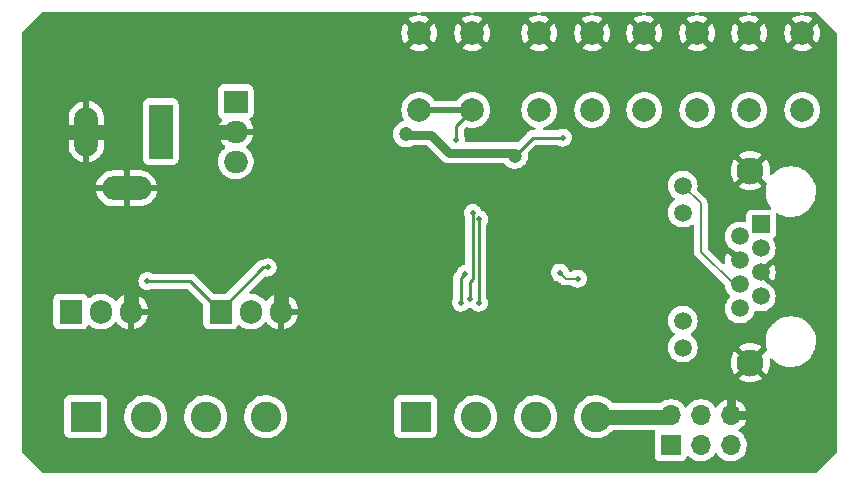
<source format=gbl>
%TF.GenerationSoftware,KiCad,Pcbnew,(6.0.0)*%
%TF.CreationDate,2022-05-28T20:15:04-06:00*%
%TF.ProjectId,PantryLights,50616e74-7279-44c6-9967-6874732e6b69,rev?*%
%TF.SameCoordinates,Original*%
%TF.FileFunction,Copper,L2,Bot*%
%TF.FilePolarity,Positive*%
%FSLAX46Y46*%
G04 Gerber Fmt 4.6, Leading zero omitted, Abs format (unit mm)*
G04 Created by KiCad (PCBNEW (6.0.0)) date 2022-05-28 20:15:04*
%MOMM*%
%LPD*%
G01*
G04 APERTURE LIST*
%TA.AperFunction,ComponentPad*%
%ADD10R,1.905000X2.000000*%
%TD*%
%TA.AperFunction,ComponentPad*%
%ADD11O,1.905000X2.000000*%
%TD*%
%TA.AperFunction,ComponentPad*%
%ADD12R,1.700000X1.700000*%
%TD*%
%TA.AperFunction,ComponentPad*%
%ADD13O,1.700000X1.700000*%
%TD*%
%TA.AperFunction,ComponentPad*%
%ADD14R,1.500000X1.500000*%
%TD*%
%TA.AperFunction,ComponentPad*%
%ADD15C,1.500000*%
%TD*%
%TA.AperFunction,ComponentPad*%
%ADD16C,2.300000*%
%TD*%
%TA.AperFunction,ComponentPad*%
%ADD17R,2.600000X2.600000*%
%TD*%
%TA.AperFunction,ComponentPad*%
%ADD18C,2.600000*%
%TD*%
%TA.AperFunction,ComponentPad*%
%ADD19C,2.000000*%
%TD*%
%TA.AperFunction,ComponentPad*%
%ADD20R,2.000000X1.905000*%
%TD*%
%TA.AperFunction,ComponentPad*%
%ADD21O,2.000000X1.905000*%
%TD*%
%TA.AperFunction,ComponentPad*%
%ADD22R,2.000000X4.600000*%
%TD*%
%TA.AperFunction,ComponentPad*%
%ADD23O,2.000000X4.200000*%
%TD*%
%TA.AperFunction,ComponentPad*%
%ADD24O,4.200000X2.000000*%
%TD*%
%TA.AperFunction,ViaPad*%
%ADD25C,3.810000*%
%TD*%
%TA.AperFunction,ViaPad*%
%ADD26C,0.889000*%
%TD*%
%TA.AperFunction,ViaPad*%
%ADD27C,0.508000*%
%TD*%
%TA.AperFunction,ViaPad*%
%ADD28C,1.200000*%
%TD*%
%TA.AperFunction,Conductor*%
%ADD29C,0.762000*%
%TD*%
%TA.AperFunction,Conductor*%
%ADD30C,1.270000*%
%TD*%
%TA.AperFunction,Conductor*%
%ADD31C,0.254000*%
%TD*%
%TA.AperFunction,Conductor*%
%ADD32C,0.152400*%
%TD*%
%TA.AperFunction,Conductor*%
%ADD33C,0.508000*%
%TD*%
G04 APERTURE END LIST*
D10*
%TO.P,Q2,1,G*%
%TO.N,/LIGHTS_CL*%
X128106000Y-104174000D03*
D11*
%TO.P,Q2,2,D*%
%TO.N,Net-(J3-Pad4)*%
X130646000Y-104174000D03*
%TO.P,Q2,3,S*%
%TO.N,GND*%
X133186000Y-104174000D03*
%TD*%
D12*
%TO.P,J5,1,Pin_1*%
%TO.N,MISO*%
X166206000Y-115487000D03*
D13*
%TO.P,J5,2,Pin_2*%
%TO.N,+5V*%
X166206000Y-112947000D03*
%TO.P,J5,3,Pin_3*%
%TO.N,SCK*%
X168746000Y-115487000D03*
%TO.P,J5,4,Pin_4*%
%TO.N,MOSI*%
X168746000Y-112947000D03*
%TO.P,J5,5,Pin_5*%
%TO.N,RESET*%
X171286000Y-115487000D03*
%TO.P,J5,6,Pin_6*%
%TO.N,GND*%
X171286000Y-112947000D03*
%TD*%
D10*
%TO.P,Q1,1,G*%
%TO.N,/LIGHTS_CL*%
X115406000Y-104174000D03*
D11*
%TO.P,Q1,2,D*%
%TO.N,Net-(J3-Pad2)*%
X117946000Y-104174000D03*
%TO.P,Q1,3,S*%
%TO.N,GND*%
X120486000Y-104174000D03*
%TD*%
D14*
%TO.P,J2,1*%
%TO.N,unconnected-(J2-Pad1)*%
X173826000Y-96804000D03*
D15*
%TO.P,J2,2*%
%TO.N,unconnected-(J2-Pad2)*%
X172046000Y-97820000D03*
%TO.P,J2,3*%
%TO.N,Net-(J2-Pad11)*%
X173826000Y-98836000D03*
%TO.P,J2,4*%
%TO.N,GND*%
X172046000Y-99852000D03*
%TO.P,J2,5*%
X173826000Y-100868000D03*
%TO.P,J2,6*%
%TO.N,Net-(J2-Pad6)*%
X172046000Y-101884000D03*
%TO.P,J2,7*%
%TO.N,Net-(C10-Pad1)*%
X173826000Y-102900000D03*
%TO.P,J2,8*%
%TO.N,unconnected-(J2-Pad8)*%
X172046000Y-103916000D03*
%TO.P,J2,9*%
%TO.N,Net-(J2-Pad6)*%
X167226000Y-93504000D03*
%TO.P,J2,10*%
%TO.N,Net-(J2-Pad10)*%
X167226000Y-95794000D03*
%TO.P,J2,11*%
%TO.N,Net-(J2-Pad11)*%
X167226000Y-104934000D03*
%TO.P,J2,12*%
%TO.N,Net-(J2-Pad12)*%
X167226000Y-107224000D03*
D16*
%TO.P,J2,SH*%
%TO.N,GND*%
X172936000Y-92234000D03*
X172936000Y-108494000D03*
%TD*%
D17*
%TO.P,J3,1,Pin_1*%
%TO.N,+12V*%
X116676000Y-113064000D03*
D18*
%TO.P,J3,2,Pin_2*%
%TO.N,Net-(J3-Pad2)*%
X121756000Y-113064000D03*
%TO.P,J3,3,Pin_3*%
%TO.N,+12V*%
X126836000Y-113064000D03*
%TO.P,J3,4,Pin_4*%
%TO.N,Net-(J3-Pad4)*%
X131916000Y-113064000D03*
%TD*%
D19*
%TO.P,SW4,1,1*%
%TO.N,GND*%
X149406000Y-80604000D03*
%TO.P,SW4,2,2*%
X144906000Y-80604000D03*
%TO.P,SW4,3,K*%
%TO.N,RESET*%
X149406000Y-87104000D03*
%TO.P,SW4,4,A*%
X144906000Y-87104000D03*
%TD*%
%TO.P,SW2,1,1*%
%TO.N,/BTN_2*%
X163956000Y-87104000D03*
%TO.P,SW2,2,2*%
X168456000Y-87104000D03*
%TO.P,SW2,3,K*%
%TO.N,GND*%
X163956000Y-80604000D03*
%TO.P,SW2,4,A*%
X168456000Y-80604000D03*
%TD*%
%TO.P,SW3,1,1*%
%TO.N,/BTN_3*%
X172846000Y-87104000D03*
%TO.P,SW3,2,2*%
X177346000Y-87104000D03*
%TO.P,SW3,3,K*%
%TO.N,GND*%
X172846000Y-80604000D03*
%TO.P,SW3,4,A*%
X177346000Y-80604000D03*
%TD*%
D20*
%TO.P,U2,1,VI*%
%TO.N,+12V*%
X129376000Y-86394000D03*
D21*
%TO.P,U2,2,GND*%
%TO.N,GND*%
X129376000Y-88934000D03*
%TO.P,U2,3,VO*%
%TO.N,+5V*%
X129376000Y-91474000D03*
%TD*%
D17*
%TO.P,J4,1,Pin_1*%
%TO.N,/PHOTORESISTOR_IN*%
X144616000Y-113064000D03*
D18*
%TO.P,J4,2,Pin_2*%
%TO.N,+5V*%
X149696000Y-113064000D03*
%TO.P,J4,3,Pin_3*%
%TO.N,/DOOR_SW_IN*%
X154776000Y-113064000D03*
%TO.P,J4,4,Pin_4*%
%TO.N,+5V*%
X159856000Y-113064000D03*
%TD*%
D22*
%TO.P,J1,1*%
%TO.N,+12V*%
X123026000Y-88934000D03*
D23*
%TO.P,J1,2*%
%TO.N,GND*%
X116726000Y-88934000D03*
D24*
%TO.P,J1,3*%
X120126000Y-93734000D03*
%TD*%
D19*
%TO.P,SW1,1,1*%
%TO.N,/BTN_1*%
X155066000Y-87104000D03*
%TO.P,SW1,2,2*%
X159566000Y-87104000D03*
%TO.P,SW1,3,K*%
%TO.N,GND*%
X155066000Y-80604000D03*
%TO.P,SW1,4,A*%
X159566000Y-80604000D03*
%TD*%
D25*
%TO.N,GND*%
X120016000Y-81094000D03*
D26*
X136996000Y-98078000D03*
X143476508Y-105093872D03*
X125718400Y-84057200D03*
X152266000Y-110844000D03*
X124003668Y-107969426D03*
X135472000Y-87156000D03*
D27*
X151282649Y-106207094D03*
D26*
X119766000Y-106844000D03*
D27*
X150838066Y-97636517D03*
D26*
X154244710Y-94890597D03*
X147266000Y-110844000D03*
X142622903Y-94065870D03*
X128360000Y-100110000D03*
D25*
X140266000Y-108594000D03*
D26*
X142627225Y-95708442D03*
X156300000Y-105190000D03*
X154522000Y-105952000D03*
X150917313Y-95656689D03*
X115152000Y-106714000D03*
X145889390Y-94104239D03*
X157824000Y-106714000D03*
X132266000Y-106844000D03*
X138110387Y-105083181D03*
X155030000Y-109508000D03*
X136266000Y-90344000D03*
X141801418Y-100678515D03*
X140266000Y-90344000D03*
X134266000Y-110344000D03*
D27*
X128614000Y-96808000D03*
D25*
X163766000Y-90844000D03*
D26*
X167222000Y-100364000D03*
D27*
X130121866Y-98388642D03*
D26*
X139282000Y-96808000D03*
X141686969Y-105132775D03*
X138266000Y-87156000D03*
X145934777Y-95699263D03*
X144108000Y-99602000D03*
X130171720Y-100296379D03*
X138266000Y-93760000D03*
D27*
X158901416Y-96474421D03*
X140513295Y-98895400D03*
D26*
X159602000Y-97824000D03*
X133669486Y-88933332D03*
D27*
X162907419Y-95717084D03*
D26*
X152266000Y-107984000D03*
X138012000Y-95792000D03*
D27*
X136366000Y-101744000D03*
D26*
X159602000Y-95284000D03*
X124296000Y-82584000D03*
D28*
%TO.N,+5V*%
X143817979Y-89151979D03*
X152998000Y-90966000D03*
D27*
X157062000Y-89442000D03*
%TO.N,RESET*%
X148033768Y-89655859D03*
X156808000Y-100872000D03*
X158332000Y-101380000D03*
%TO.N,/LIGHT_SIGNAL*%
X148426000Y-103412000D03*
X148817035Y-100971242D03*
%TO.N,/PHOTORESISTOR_IN*%
X149188000Y-103116883D03*
X149442000Y-95844000D03*
%TO.N,/DOOR_SW_IN*%
X149950000Y-103412000D03*
X149974900Y-96344000D03*
%TO.N,/LIGHTS_CL*%
X132066000Y-100444000D03*
X121894259Y-101587528D03*
%TD*%
D29*
%TO.N,GND*%
X171286000Y-111032000D02*
X171286000Y-112947000D01*
X127709000Y-88934000D02*
X125718400Y-86943400D01*
D30*
X116726000Y-88934000D02*
X119106000Y-88934000D01*
X129376000Y-88934000D02*
X127709000Y-88934000D01*
D29*
X171286000Y-112947000D02*
X173181000Y-112947000D01*
X173181000Y-112947000D02*
X173318000Y-112810000D01*
D30*
X133186000Y-104174000D02*
X133192972Y-104167028D01*
X116726000Y-88934000D02*
X114676000Y-88934000D01*
D29*
X125718400Y-86943400D02*
X125718400Y-84057200D01*
D30*
X120486000Y-104174000D02*
X120486000Y-102594000D01*
X133192972Y-104167028D02*
X133192972Y-102594000D01*
D31*
%TO.N,+5V*%
X157062000Y-89442000D02*
X154522000Y-89442000D01*
D29*
X143854000Y-89188000D02*
X145886000Y-89188000D01*
D30*
X159856000Y-113064000D02*
X166089000Y-113064000D01*
D29*
X143817979Y-89151979D02*
X143854000Y-89188000D01*
X152744000Y-90712000D02*
X152998000Y-90966000D01*
X145886000Y-89188000D02*
X147410000Y-90712000D01*
X147410000Y-90712000D02*
X152744000Y-90712000D01*
D30*
X166089000Y-113064000D02*
X166206000Y-112947000D01*
D31*
X154522000Y-89442000D02*
X152998000Y-90966000D01*
D32*
%TO.N,RESET*%
X156808000Y-100872000D02*
X157316000Y-101380000D01*
D31*
X148033768Y-89655859D02*
X148033768Y-88476232D01*
X148033768Y-88476232D02*
X149406000Y-87104000D01*
D32*
X157316000Y-101380000D02*
X158332000Y-101380000D01*
D33*
X144906000Y-87104000D02*
X149406000Y-87104000D01*
D32*
%TO.N,Net-(J2-Pad6)*%
X167226000Y-93504000D02*
X168746000Y-95024000D01*
X168746000Y-95024000D02*
X168746000Y-99094000D01*
X171536000Y-101884000D02*
X172046000Y-101884000D01*
X168746000Y-99094000D02*
X171536000Y-101884000D01*
D31*
%TO.N,/LIGHT_SIGNAL*%
X148426000Y-101362277D02*
X148817035Y-100971242D01*
X148426000Y-101888000D02*
X148426000Y-101362277D01*
X148426000Y-103412000D02*
X148426000Y-101911394D01*
%TO.N,/PHOTORESISTOR_IN*%
X149442000Y-101380000D02*
X149188000Y-101634000D01*
X149442000Y-95844000D02*
X149442000Y-101380000D01*
X149188000Y-101634000D02*
X149188000Y-103116883D01*
%TO.N,/DOOR_SW_IN*%
X149974900Y-96344000D02*
X149950000Y-96368900D01*
X149950000Y-96368900D02*
X149950000Y-103412000D01*
%TO.N,/LIGHTS_CL*%
X132066000Y-100444000D02*
X131666000Y-100444000D01*
X131666000Y-100444000D02*
X128106000Y-104004000D01*
X125526000Y-101594000D02*
X128106000Y-104174000D01*
X121894259Y-101587528D02*
X121900731Y-101594000D01*
X128106000Y-104004000D02*
X128106000Y-104174000D01*
X121900731Y-101594000D02*
X125526000Y-101594000D01*
%TD*%
%TA.AperFunction,Conductor*%
%TO.N,GND*%
G36*
X144808263Y-78872002D02*
G01*
X144854756Y-78925658D01*
X144864860Y-78995932D01*
X144835366Y-79060512D01*
X144775640Y-79098896D01*
X144750028Y-79103612D01*
X144674301Y-79109572D01*
X144664554Y-79111115D01*
X144443373Y-79164217D01*
X144433988Y-79167266D01*
X144223837Y-79254313D01*
X144215042Y-79258795D01*
X144047555Y-79361432D01*
X144038093Y-79371890D01*
X144041876Y-79380666D01*
X144893188Y-80231978D01*
X144907132Y-80239592D01*
X144908965Y-80239461D01*
X144915580Y-80235210D01*
X145767080Y-79383710D01*
X145773840Y-79371330D01*
X145768113Y-79363680D01*
X145596958Y-79258795D01*
X145588163Y-79254313D01*
X145378012Y-79167266D01*
X145368627Y-79164217D01*
X145147446Y-79111115D01*
X145137699Y-79109572D01*
X145061972Y-79103612D01*
X144995631Y-79078327D01*
X144953491Y-79021189D01*
X144948932Y-78950339D01*
X144983401Y-78888271D01*
X145045954Y-78854691D01*
X145071858Y-78852000D01*
X149240142Y-78852000D01*
X149308263Y-78872002D01*
X149354756Y-78925658D01*
X149364860Y-78995932D01*
X149335366Y-79060512D01*
X149275640Y-79098896D01*
X149250028Y-79103612D01*
X149174301Y-79109572D01*
X149164554Y-79111115D01*
X148943373Y-79164217D01*
X148933988Y-79167266D01*
X148723837Y-79254313D01*
X148715042Y-79258795D01*
X148547555Y-79361432D01*
X148538093Y-79371890D01*
X148541876Y-79380666D01*
X149393188Y-80231978D01*
X149407132Y-80239592D01*
X149408965Y-80239461D01*
X149415580Y-80235210D01*
X150267080Y-79383710D01*
X150273840Y-79371330D01*
X150268113Y-79363680D01*
X150096958Y-79258795D01*
X150088163Y-79254313D01*
X149878012Y-79167266D01*
X149868627Y-79164217D01*
X149647446Y-79111115D01*
X149637699Y-79109572D01*
X149561972Y-79103612D01*
X149495631Y-79078327D01*
X149453491Y-79021189D01*
X149448932Y-78950339D01*
X149483401Y-78888271D01*
X149545954Y-78854691D01*
X149571858Y-78852000D01*
X154900142Y-78852000D01*
X154968263Y-78872002D01*
X155014756Y-78925658D01*
X155024860Y-78995932D01*
X154995366Y-79060512D01*
X154935640Y-79098896D01*
X154910028Y-79103612D01*
X154834301Y-79109572D01*
X154824554Y-79111115D01*
X154603373Y-79164217D01*
X154593988Y-79167266D01*
X154383837Y-79254313D01*
X154375042Y-79258795D01*
X154207555Y-79361432D01*
X154198093Y-79371890D01*
X154201876Y-79380666D01*
X155053188Y-80231978D01*
X155067132Y-80239592D01*
X155068965Y-80239461D01*
X155075580Y-80235210D01*
X155927080Y-79383710D01*
X155933840Y-79371330D01*
X155928113Y-79363680D01*
X155756958Y-79258795D01*
X155748163Y-79254313D01*
X155538012Y-79167266D01*
X155528627Y-79164217D01*
X155307446Y-79111115D01*
X155297699Y-79109572D01*
X155221972Y-79103612D01*
X155155631Y-79078327D01*
X155113491Y-79021189D01*
X155108932Y-78950339D01*
X155143401Y-78888271D01*
X155205954Y-78854691D01*
X155231858Y-78852000D01*
X159400142Y-78852000D01*
X159468263Y-78872002D01*
X159514756Y-78925658D01*
X159524860Y-78995932D01*
X159495366Y-79060512D01*
X159435640Y-79098896D01*
X159410028Y-79103612D01*
X159334301Y-79109572D01*
X159324554Y-79111115D01*
X159103373Y-79164217D01*
X159093988Y-79167266D01*
X158883837Y-79254313D01*
X158875042Y-79258795D01*
X158707555Y-79361432D01*
X158698093Y-79371890D01*
X158701876Y-79380666D01*
X159553188Y-80231978D01*
X159567132Y-80239592D01*
X159568965Y-80239461D01*
X159575580Y-80235210D01*
X160427080Y-79383710D01*
X160433840Y-79371330D01*
X160428113Y-79363680D01*
X160256958Y-79258795D01*
X160248163Y-79254313D01*
X160038012Y-79167266D01*
X160028627Y-79164217D01*
X159807446Y-79111115D01*
X159797699Y-79109572D01*
X159721972Y-79103612D01*
X159655631Y-79078327D01*
X159613491Y-79021189D01*
X159608932Y-78950339D01*
X159643401Y-78888271D01*
X159705954Y-78854691D01*
X159731858Y-78852000D01*
X163790142Y-78852000D01*
X163858263Y-78872002D01*
X163904756Y-78925658D01*
X163914860Y-78995932D01*
X163885366Y-79060512D01*
X163825640Y-79098896D01*
X163800028Y-79103612D01*
X163724301Y-79109572D01*
X163714554Y-79111115D01*
X163493373Y-79164217D01*
X163483988Y-79167266D01*
X163273837Y-79254313D01*
X163265042Y-79258795D01*
X163097555Y-79361432D01*
X163088093Y-79371890D01*
X163091876Y-79380666D01*
X163943188Y-80231978D01*
X163957132Y-80239592D01*
X163958965Y-80239461D01*
X163965580Y-80235210D01*
X164817080Y-79383710D01*
X164823840Y-79371330D01*
X164818113Y-79363680D01*
X164646958Y-79258795D01*
X164638163Y-79254313D01*
X164428012Y-79167266D01*
X164418627Y-79164217D01*
X164197446Y-79111115D01*
X164187699Y-79109572D01*
X164111972Y-79103612D01*
X164045631Y-79078327D01*
X164003491Y-79021189D01*
X163998932Y-78950339D01*
X164033401Y-78888271D01*
X164095954Y-78854691D01*
X164121858Y-78852000D01*
X168290142Y-78852000D01*
X168358263Y-78872002D01*
X168404756Y-78925658D01*
X168414860Y-78995932D01*
X168385366Y-79060512D01*
X168325640Y-79098896D01*
X168300028Y-79103612D01*
X168224301Y-79109572D01*
X168214554Y-79111115D01*
X167993373Y-79164217D01*
X167983988Y-79167266D01*
X167773837Y-79254313D01*
X167765042Y-79258795D01*
X167597555Y-79361432D01*
X167588093Y-79371890D01*
X167591876Y-79380666D01*
X168443188Y-80231978D01*
X168457132Y-80239592D01*
X168458965Y-80239461D01*
X168465580Y-80235210D01*
X169317080Y-79383710D01*
X169323840Y-79371330D01*
X169318113Y-79363680D01*
X169146958Y-79258795D01*
X169138163Y-79254313D01*
X168928012Y-79167266D01*
X168918627Y-79164217D01*
X168697446Y-79111115D01*
X168687699Y-79109572D01*
X168611972Y-79103612D01*
X168545631Y-79078327D01*
X168503491Y-79021189D01*
X168498932Y-78950339D01*
X168533401Y-78888271D01*
X168595954Y-78854691D01*
X168621858Y-78852000D01*
X172680142Y-78852000D01*
X172748263Y-78872002D01*
X172794756Y-78925658D01*
X172804860Y-78995932D01*
X172775366Y-79060512D01*
X172715640Y-79098896D01*
X172690028Y-79103612D01*
X172614301Y-79109572D01*
X172604554Y-79111115D01*
X172383373Y-79164217D01*
X172373988Y-79167266D01*
X172163837Y-79254313D01*
X172155042Y-79258795D01*
X171987555Y-79361432D01*
X171978093Y-79371890D01*
X171981876Y-79380666D01*
X172833188Y-80231978D01*
X172847132Y-80239592D01*
X172848965Y-80239461D01*
X172855580Y-80235210D01*
X173707080Y-79383710D01*
X173713840Y-79371330D01*
X173708113Y-79363680D01*
X173536958Y-79258795D01*
X173528163Y-79254313D01*
X173318012Y-79167266D01*
X173308627Y-79164217D01*
X173087446Y-79111115D01*
X173077699Y-79109572D01*
X173001972Y-79103612D01*
X172935631Y-79078327D01*
X172893491Y-79021189D01*
X172888932Y-78950339D01*
X172923401Y-78888271D01*
X172985954Y-78854691D01*
X173011858Y-78852000D01*
X177180142Y-78852000D01*
X177248263Y-78872002D01*
X177294756Y-78925658D01*
X177304860Y-78995932D01*
X177275366Y-79060512D01*
X177215640Y-79098896D01*
X177190028Y-79103612D01*
X177114301Y-79109572D01*
X177104554Y-79111115D01*
X176883373Y-79164217D01*
X176873988Y-79167266D01*
X176663837Y-79254313D01*
X176655042Y-79258795D01*
X176487555Y-79361432D01*
X176478093Y-79371890D01*
X176481876Y-79380666D01*
X177333188Y-80231978D01*
X177347132Y-80239592D01*
X177348965Y-80239461D01*
X177355580Y-80235210D01*
X178207080Y-79383710D01*
X178213840Y-79371330D01*
X178208113Y-79363680D01*
X178036958Y-79258795D01*
X178028163Y-79254313D01*
X177818012Y-79167266D01*
X177808627Y-79164217D01*
X177587446Y-79111115D01*
X177577699Y-79109572D01*
X177501972Y-79103612D01*
X177435631Y-79078327D01*
X177393491Y-79021189D01*
X177388932Y-78950339D01*
X177423401Y-78888271D01*
X177485954Y-78854691D01*
X177511858Y-78852000D01*
X178503390Y-78852000D01*
X178571511Y-78872002D01*
X178592485Y-78888905D01*
X180221095Y-80517515D01*
X180255121Y-80579827D01*
X180258000Y-80606610D01*
X180258000Y-116081390D01*
X180237998Y-116149511D01*
X180221095Y-116170485D01*
X178592485Y-117799095D01*
X178530173Y-117833121D01*
X178503390Y-117836000D01*
X113028610Y-117836000D01*
X112960489Y-117815998D01*
X112939515Y-117799095D01*
X111310905Y-116170485D01*
X111276879Y-116108173D01*
X111274000Y-116081390D01*
X111274000Y-114412134D01*
X114867500Y-114412134D01*
X114874255Y-114474316D01*
X114925385Y-114610705D01*
X115012739Y-114727261D01*
X115129295Y-114814615D01*
X115265684Y-114865745D01*
X115327866Y-114872500D01*
X118024134Y-114872500D01*
X118086316Y-114865745D01*
X118222705Y-114814615D01*
X118339261Y-114727261D01*
X118426615Y-114610705D01*
X118477745Y-114474316D01*
X118484500Y-114412134D01*
X118484500Y-113016526D01*
X119943050Y-113016526D01*
X119955947Y-113285019D01*
X120008388Y-113548656D01*
X120099220Y-113801646D01*
X120101432Y-113805762D01*
X120101433Y-113805765D01*
X120165555Y-113925100D01*
X120226450Y-114038431D01*
X120229241Y-114042168D01*
X120229245Y-114042175D01*
X120303974Y-114142248D01*
X120387281Y-114253810D01*
X120390590Y-114257090D01*
X120390595Y-114257096D01*
X120574863Y-114439762D01*
X120578180Y-114443050D01*
X120581942Y-114445808D01*
X120581945Y-114445811D01*
X120770462Y-114584037D01*
X120794954Y-114601995D01*
X120799089Y-114604171D01*
X120799093Y-114604173D01*
X121028698Y-114724975D01*
X121032840Y-114727154D01*
X121175346Y-114776919D01*
X121280614Y-114813680D01*
X121286613Y-114815775D01*
X121291206Y-114816647D01*
X121546109Y-114865042D01*
X121546112Y-114865042D01*
X121550698Y-114865913D01*
X121678370Y-114870929D01*
X121814625Y-114876283D01*
X121814630Y-114876283D01*
X121819293Y-114876466D01*
X121923607Y-114865042D01*
X122081844Y-114847713D01*
X122081850Y-114847712D01*
X122086497Y-114847203D01*
X122114646Y-114839792D01*
X122341918Y-114779956D01*
X122341920Y-114779955D01*
X122346441Y-114778765D01*
X122453795Y-114732642D01*
X122589120Y-114674502D01*
X122589122Y-114674501D01*
X122593414Y-114672657D01*
X122731036Y-114587494D01*
X122818017Y-114533669D01*
X122818021Y-114533666D01*
X122821990Y-114531210D01*
X123027149Y-114357530D01*
X123204382Y-114155434D01*
X123212692Y-114142516D01*
X123347269Y-113933291D01*
X123349797Y-113929361D01*
X123460199Y-113684278D01*
X123485619Y-113594145D01*
X123531893Y-113430072D01*
X123531894Y-113430069D01*
X123533163Y-113425568D01*
X123551043Y-113285019D01*
X123566688Y-113162045D01*
X123566688Y-113162041D01*
X123567086Y-113158915D01*
X123569571Y-113064000D01*
X123566043Y-113016526D01*
X125023050Y-113016526D01*
X125035947Y-113285019D01*
X125088388Y-113548656D01*
X125179220Y-113801646D01*
X125181432Y-113805762D01*
X125181433Y-113805765D01*
X125245555Y-113925100D01*
X125306450Y-114038431D01*
X125309241Y-114042168D01*
X125309245Y-114042175D01*
X125383974Y-114142248D01*
X125467281Y-114253810D01*
X125470590Y-114257090D01*
X125470595Y-114257096D01*
X125654863Y-114439762D01*
X125658180Y-114443050D01*
X125661942Y-114445808D01*
X125661945Y-114445811D01*
X125850462Y-114584037D01*
X125874954Y-114601995D01*
X125879089Y-114604171D01*
X125879093Y-114604173D01*
X126108698Y-114724975D01*
X126112840Y-114727154D01*
X126255346Y-114776919D01*
X126360614Y-114813680D01*
X126366613Y-114815775D01*
X126371206Y-114816647D01*
X126626109Y-114865042D01*
X126626112Y-114865042D01*
X126630698Y-114865913D01*
X126758370Y-114870929D01*
X126894625Y-114876283D01*
X126894630Y-114876283D01*
X126899293Y-114876466D01*
X127003607Y-114865042D01*
X127161844Y-114847713D01*
X127161850Y-114847712D01*
X127166497Y-114847203D01*
X127194646Y-114839792D01*
X127421918Y-114779956D01*
X127421920Y-114779955D01*
X127426441Y-114778765D01*
X127533795Y-114732642D01*
X127669120Y-114674502D01*
X127669122Y-114674501D01*
X127673414Y-114672657D01*
X127811036Y-114587494D01*
X127898017Y-114533669D01*
X127898021Y-114533666D01*
X127901990Y-114531210D01*
X128107149Y-114357530D01*
X128284382Y-114155434D01*
X128292692Y-114142516D01*
X128427269Y-113933291D01*
X128429797Y-113929361D01*
X128540199Y-113684278D01*
X128565619Y-113594145D01*
X128611893Y-113430072D01*
X128611894Y-113430069D01*
X128613163Y-113425568D01*
X128631043Y-113285019D01*
X128646688Y-113162045D01*
X128646688Y-113162041D01*
X128647086Y-113158915D01*
X128649571Y-113064000D01*
X128646043Y-113016526D01*
X130103050Y-113016526D01*
X130115947Y-113285019D01*
X130168388Y-113548656D01*
X130259220Y-113801646D01*
X130261432Y-113805762D01*
X130261433Y-113805765D01*
X130325555Y-113925100D01*
X130386450Y-114038431D01*
X130389241Y-114042168D01*
X130389245Y-114042175D01*
X130463974Y-114142248D01*
X130547281Y-114253810D01*
X130550590Y-114257090D01*
X130550595Y-114257096D01*
X130734863Y-114439762D01*
X130738180Y-114443050D01*
X130741942Y-114445808D01*
X130741945Y-114445811D01*
X130930462Y-114584037D01*
X130954954Y-114601995D01*
X130959089Y-114604171D01*
X130959093Y-114604173D01*
X131188698Y-114724975D01*
X131192840Y-114727154D01*
X131335346Y-114776919D01*
X131440614Y-114813680D01*
X131446613Y-114815775D01*
X131451206Y-114816647D01*
X131706109Y-114865042D01*
X131706112Y-114865042D01*
X131710698Y-114865913D01*
X131838370Y-114870929D01*
X131974625Y-114876283D01*
X131974630Y-114876283D01*
X131979293Y-114876466D01*
X132083607Y-114865042D01*
X132241844Y-114847713D01*
X132241850Y-114847712D01*
X132246497Y-114847203D01*
X132274646Y-114839792D01*
X132501918Y-114779956D01*
X132501920Y-114779955D01*
X132506441Y-114778765D01*
X132613795Y-114732642D01*
X132749120Y-114674502D01*
X132749122Y-114674501D01*
X132753414Y-114672657D01*
X132891036Y-114587494D01*
X132978017Y-114533669D01*
X132978021Y-114533666D01*
X132981990Y-114531210D01*
X133122648Y-114412134D01*
X142807500Y-114412134D01*
X142814255Y-114474316D01*
X142865385Y-114610705D01*
X142952739Y-114727261D01*
X143069295Y-114814615D01*
X143205684Y-114865745D01*
X143267866Y-114872500D01*
X145964134Y-114872500D01*
X146026316Y-114865745D01*
X146162705Y-114814615D01*
X146279261Y-114727261D01*
X146366615Y-114610705D01*
X146417745Y-114474316D01*
X146424500Y-114412134D01*
X146424500Y-113016526D01*
X147883050Y-113016526D01*
X147895947Y-113285019D01*
X147948388Y-113548656D01*
X148039220Y-113801646D01*
X148041432Y-113805762D01*
X148041433Y-113805765D01*
X148105555Y-113925100D01*
X148166450Y-114038431D01*
X148169241Y-114042168D01*
X148169245Y-114042175D01*
X148243974Y-114142248D01*
X148327281Y-114253810D01*
X148330590Y-114257090D01*
X148330595Y-114257096D01*
X148514863Y-114439762D01*
X148518180Y-114443050D01*
X148521942Y-114445808D01*
X148521945Y-114445811D01*
X148710462Y-114584037D01*
X148734954Y-114601995D01*
X148739089Y-114604171D01*
X148739093Y-114604173D01*
X148968698Y-114724975D01*
X148972840Y-114727154D01*
X149115346Y-114776919D01*
X149220614Y-114813680D01*
X149226613Y-114815775D01*
X149231206Y-114816647D01*
X149486109Y-114865042D01*
X149486112Y-114865042D01*
X149490698Y-114865913D01*
X149618370Y-114870929D01*
X149754625Y-114876283D01*
X149754630Y-114876283D01*
X149759293Y-114876466D01*
X149863607Y-114865042D01*
X150021844Y-114847713D01*
X150021850Y-114847712D01*
X150026497Y-114847203D01*
X150054646Y-114839792D01*
X150281918Y-114779956D01*
X150281920Y-114779955D01*
X150286441Y-114778765D01*
X150393795Y-114732642D01*
X150529120Y-114674502D01*
X150529122Y-114674501D01*
X150533414Y-114672657D01*
X150671036Y-114587494D01*
X150758017Y-114533669D01*
X150758021Y-114533666D01*
X150761990Y-114531210D01*
X150967149Y-114357530D01*
X151144382Y-114155434D01*
X151152692Y-114142516D01*
X151287269Y-113933291D01*
X151289797Y-113929361D01*
X151400199Y-113684278D01*
X151425619Y-113594145D01*
X151471893Y-113430072D01*
X151471894Y-113430069D01*
X151473163Y-113425568D01*
X151491043Y-113285019D01*
X151506688Y-113162045D01*
X151506688Y-113162041D01*
X151507086Y-113158915D01*
X151509571Y-113064000D01*
X151506043Y-113016526D01*
X152963050Y-113016526D01*
X152975947Y-113285019D01*
X153028388Y-113548656D01*
X153119220Y-113801646D01*
X153121432Y-113805762D01*
X153121433Y-113805765D01*
X153185555Y-113925100D01*
X153246450Y-114038431D01*
X153249241Y-114042168D01*
X153249245Y-114042175D01*
X153323974Y-114142248D01*
X153407281Y-114253810D01*
X153410590Y-114257090D01*
X153410595Y-114257096D01*
X153594863Y-114439762D01*
X153598180Y-114443050D01*
X153601942Y-114445808D01*
X153601945Y-114445811D01*
X153790462Y-114584037D01*
X153814954Y-114601995D01*
X153819089Y-114604171D01*
X153819093Y-114604173D01*
X154048698Y-114724975D01*
X154052840Y-114727154D01*
X154195346Y-114776919D01*
X154300614Y-114813680D01*
X154306613Y-114815775D01*
X154311206Y-114816647D01*
X154566109Y-114865042D01*
X154566112Y-114865042D01*
X154570698Y-114865913D01*
X154698370Y-114870929D01*
X154834625Y-114876283D01*
X154834630Y-114876283D01*
X154839293Y-114876466D01*
X154943607Y-114865042D01*
X155101844Y-114847713D01*
X155101850Y-114847712D01*
X155106497Y-114847203D01*
X155134646Y-114839792D01*
X155361918Y-114779956D01*
X155361920Y-114779955D01*
X155366441Y-114778765D01*
X155473795Y-114732642D01*
X155609120Y-114674502D01*
X155609122Y-114674501D01*
X155613414Y-114672657D01*
X155751036Y-114587494D01*
X155838017Y-114533669D01*
X155838021Y-114533666D01*
X155841990Y-114531210D01*
X156047149Y-114357530D01*
X156224382Y-114155434D01*
X156232692Y-114142516D01*
X156367269Y-113933291D01*
X156369797Y-113929361D01*
X156480199Y-113684278D01*
X156505619Y-113594145D01*
X156551893Y-113430072D01*
X156551894Y-113430069D01*
X156553163Y-113425568D01*
X156571043Y-113285019D01*
X156586688Y-113162045D01*
X156586688Y-113162041D01*
X156587086Y-113158915D01*
X156589571Y-113064000D01*
X156586043Y-113016526D01*
X158043050Y-113016526D01*
X158055947Y-113285019D01*
X158108388Y-113548656D01*
X158199220Y-113801646D01*
X158201432Y-113805762D01*
X158201433Y-113805765D01*
X158265555Y-113925100D01*
X158326450Y-114038431D01*
X158329241Y-114042168D01*
X158329245Y-114042175D01*
X158403974Y-114142248D01*
X158487281Y-114253810D01*
X158490590Y-114257090D01*
X158490595Y-114257096D01*
X158674863Y-114439762D01*
X158678180Y-114443050D01*
X158681942Y-114445808D01*
X158681945Y-114445811D01*
X158870462Y-114584037D01*
X158894954Y-114601995D01*
X158899089Y-114604171D01*
X158899093Y-114604173D01*
X159128698Y-114724975D01*
X159132840Y-114727154D01*
X159275346Y-114776919D01*
X159380614Y-114813680D01*
X159386613Y-114815775D01*
X159391206Y-114816647D01*
X159646109Y-114865042D01*
X159646112Y-114865042D01*
X159650698Y-114865913D01*
X159778370Y-114870929D01*
X159914625Y-114876283D01*
X159914630Y-114876283D01*
X159919293Y-114876466D01*
X160023607Y-114865042D01*
X160181844Y-114847713D01*
X160181850Y-114847712D01*
X160186497Y-114847203D01*
X160214646Y-114839792D01*
X160441918Y-114779956D01*
X160441920Y-114779955D01*
X160446441Y-114778765D01*
X160553795Y-114732642D01*
X160689120Y-114674502D01*
X160689122Y-114674501D01*
X160693414Y-114672657D01*
X160831036Y-114587494D01*
X160918017Y-114533669D01*
X160918021Y-114533666D01*
X160921990Y-114531210D01*
X161127149Y-114357530D01*
X161196575Y-114278364D01*
X161221079Y-114250423D01*
X161281032Y-114212395D01*
X161315811Y-114207500D01*
X164794282Y-114207500D01*
X164862403Y-114227502D01*
X164908896Y-114281158D01*
X164919000Y-114351432D01*
X164906566Y-114388719D01*
X164905385Y-114390295D01*
X164854255Y-114526684D01*
X164847500Y-114588866D01*
X164847500Y-116385134D01*
X164854255Y-116447316D01*
X164905385Y-116583705D01*
X164992739Y-116700261D01*
X165109295Y-116787615D01*
X165245684Y-116838745D01*
X165307866Y-116845500D01*
X167104134Y-116845500D01*
X167166316Y-116838745D01*
X167302705Y-116787615D01*
X167419261Y-116700261D01*
X167506615Y-116583705D01*
X167528799Y-116524529D01*
X167550598Y-116466382D01*
X167593240Y-116409618D01*
X167659802Y-116384918D01*
X167729150Y-116400126D01*
X167763817Y-116428114D01*
X167792250Y-116460938D01*
X167964126Y-116603632D01*
X168157000Y-116716338D01*
X168365692Y-116796030D01*
X168370760Y-116797061D01*
X168370763Y-116797062D01*
X168478017Y-116818883D01*
X168584597Y-116840567D01*
X168589772Y-116840757D01*
X168589774Y-116840757D01*
X168802673Y-116848564D01*
X168802677Y-116848564D01*
X168807837Y-116848753D01*
X168812957Y-116848097D01*
X168812959Y-116848097D01*
X169024288Y-116821025D01*
X169024289Y-116821025D01*
X169029416Y-116820368D01*
X169034366Y-116818883D01*
X169238429Y-116757661D01*
X169238434Y-116757659D01*
X169243384Y-116756174D01*
X169443994Y-116657896D01*
X169625860Y-116528173D01*
X169660101Y-116494052D01*
X169770962Y-116383577D01*
X169784096Y-116370489D01*
X169832707Y-116302840D01*
X169914453Y-116189077D01*
X169915776Y-116190028D01*
X169962645Y-116146857D01*
X170032580Y-116134625D01*
X170098026Y-116162144D01*
X170125875Y-116193994D01*
X170185987Y-116292088D01*
X170332250Y-116460938D01*
X170504126Y-116603632D01*
X170697000Y-116716338D01*
X170905692Y-116796030D01*
X170910760Y-116797061D01*
X170910763Y-116797062D01*
X171018017Y-116818883D01*
X171124597Y-116840567D01*
X171129772Y-116840757D01*
X171129774Y-116840757D01*
X171342673Y-116848564D01*
X171342677Y-116848564D01*
X171347837Y-116848753D01*
X171352957Y-116848097D01*
X171352959Y-116848097D01*
X171564288Y-116821025D01*
X171564289Y-116821025D01*
X171569416Y-116820368D01*
X171574366Y-116818883D01*
X171778429Y-116757661D01*
X171778434Y-116757659D01*
X171783384Y-116756174D01*
X171983994Y-116657896D01*
X172165860Y-116528173D01*
X172200101Y-116494052D01*
X172310962Y-116383577D01*
X172324096Y-116370489D01*
X172372707Y-116302840D01*
X172451435Y-116193277D01*
X172454453Y-116189077D01*
X172475320Y-116146857D01*
X172551136Y-115993453D01*
X172551137Y-115993451D01*
X172553430Y-115988811D01*
X172618370Y-115775069D01*
X172647529Y-115553590D01*
X172649156Y-115487000D01*
X172630852Y-115264361D01*
X172576431Y-115047702D01*
X172487354Y-114842840D01*
X172447906Y-114781862D01*
X172368822Y-114659617D01*
X172368820Y-114659614D01*
X172366014Y-114655277D01*
X172215670Y-114490051D01*
X172211619Y-114486852D01*
X172211615Y-114486848D01*
X172044414Y-114354800D01*
X172044410Y-114354798D01*
X172040359Y-114351598D01*
X171998569Y-114328529D01*
X171948598Y-114278097D01*
X171933826Y-114208654D01*
X171958942Y-114142248D01*
X171986294Y-114115641D01*
X172161328Y-113990792D01*
X172169200Y-113984139D01*
X172320052Y-113833812D01*
X172326730Y-113825965D01*
X172451003Y-113653020D01*
X172456313Y-113644183D01*
X172550670Y-113453267D01*
X172554469Y-113443672D01*
X172616377Y-113239910D01*
X172618555Y-113229837D01*
X172619986Y-113218962D01*
X172617775Y-113204778D01*
X172604617Y-113201000D01*
X171158000Y-113201000D01*
X171089879Y-113180998D01*
X171043386Y-113127342D01*
X171032000Y-113075000D01*
X171032000Y-112674885D01*
X171540000Y-112674885D01*
X171544475Y-112690124D01*
X171545865Y-112691329D01*
X171553548Y-112693000D01*
X172604344Y-112693000D01*
X172617875Y-112689027D01*
X172619180Y-112679947D01*
X172577214Y-112512875D01*
X172573894Y-112503124D01*
X172488972Y-112307814D01*
X172484105Y-112298739D01*
X172368426Y-112119926D01*
X172362136Y-112111757D01*
X172218806Y-111954240D01*
X172211273Y-111947215D01*
X172044139Y-111815222D01*
X172035552Y-111809517D01*
X171849117Y-111706599D01*
X171839705Y-111702369D01*
X171638959Y-111631280D01*
X171628988Y-111628646D01*
X171557837Y-111615972D01*
X171544540Y-111617432D01*
X171540000Y-111631989D01*
X171540000Y-112674885D01*
X171032000Y-112674885D01*
X171032000Y-111630102D01*
X171028082Y-111616758D01*
X171013806Y-111614771D01*
X170975324Y-111620660D01*
X170965288Y-111623051D01*
X170762868Y-111689212D01*
X170753359Y-111693209D01*
X170564463Y-111791542D01*
X170555738Y-111797036D01*
X170385433Y-111924905D01*
X170377726Y-111931748D01*
X170230590Y-112085717D01*
X170224109Y-112093722D01*
X170119498Y-112247074D01*
X170064587Y-112292076D01*
X169994062Y-112300247D01*
X169930315Y-112268993D01*
X169909618Y-112244509D01*
X169828822Y-112119617D01*
X169828820Y-112119614D01*
X169826014Y-112115277D01*
X169675670Y-111950051D01*
X169671619Y-111946852D01*
X169671615Y-111946848D01*
X169504414Y-111814800D01*
X169504410Y-111814798D01*
X169500359Y-111811598D01*
X169493456Y-111807787D01*
X169448136Y-111782769D01*
X169304789Y-111703638D01*
X169299920Y-111701914D01*
X169299916Y-111701912D01*
X169099087Y-111630795D01*
X169099083Y-111630794D01*
X169094212Y-111629069D01*
X169089119Y-111628162D01*
X169089116Y-111628161D01*
X168879373Y-111590800D01*
X168879367Y-111590799D01*
X168874284Y-111589894D01*
X168800452Y-111588992D01*
X168656081Y-111587228D01*
X168656079Y-111587228D01*
X168650911Y-111587165D01*
X168430091Y-111620955D01*
X168217756Y-111690357D01*
X168019607Y-111793507D01*
X168015474Y-111796610D01*
X168015471Y-111796612D01*
X167845100Y-111924530D01*
X167840965Y-111927635D01*
X167837393Y-111931373D01*
X167764874Y-112007260D01*
X167686629Y-112089138D01*
X167579201Y-112246621D01*
X167524293Y-112291621D01*
X167453768Y-112299792D01*
X167390021Y-112268538D01*
X167369324Y-112244054D01*
X167288822Y-112119617D01*
X167288820Y-112119614D01*
X167286014Y-112115277D01*
X167135670Y-111950051D01*
X167131619Y-111946852D01*
X167131615Y-111946848D01*
X166964414Y-111814800D01*
X166964410Y-111814798D01*
X166960359Y-111811598D01*
X166953456Y-111807787D01*
X166908136Y-111782769D01*
X166764789Y-111703638D01*
X166759920Y-111701914D01*
X166759916Y-111701912D01*
X166559087Y-111630795D01*
X166559083Y-111630794D01*
X166554212Y-111629069D01*
X166549119Y-111628162D01*
X166549116Y-111628161D01*
X166339373Y-111590800D01*
X166339367Y-111590799D01*
X166334284Y-111589894D01*
X166260452Y-111588992D01*
X166116081Y-111587228D01*
X166116079Y-111587228D01*
X166110911Y-111587165D01*
X165890091Y-111620955D01*
X165677756Y-111690357D01*
X165479607Y-111793507D01*
X165475474Y-111796610D01*
X165475471Y-111796612D01*
X165414438Y-111842437D01*
X165374392Y-111872505D01*
X165344085Y-111895260D01*
X165277600Y-111920166D01*
X165268432Y-111920500D01*
X161318650Y-111920500D01*
X161250529Y-111900498D01*
X161219700Y-111872505D01*
X161196002Y-111842444D01*
X161193105Y-111838769D01*
X160997317Y-111654591D01*
X160799407Y-111517295D01*
X160780299Y-111504039D01*
X160780296Y-111504037D01*
X160776457Y-111501374D01*
X160772264Y-111499306D01*
X160539564Y-111384551D01*
X160539561Y-111384550D01*
X160535376Y-111382486D01*
X160487745Y-111367239D01*
X160309657Y-111310233D01*
X160279370Y-111300538D01*
X160274763Y-111299788D01*
X160274760Y-111299787D01*
X160061337Y-111265029D01*
X160014063Y-111257330D01*
X159883719Y-111255624D01*
X159749961Y-111253873D01*
X159749958Y-111253873D01*
X159745284Y-111253812D01*
X159478937Y-111290060D01*
X159220874Y-111365278D01*
X158976763Y-111477815D01*
X158972854Y-111480378D01*
X158755881Y-111622631D01*
X158755876Y-111622635D01*
X158751968Y-111625197D01*
X158661283Y-111706137D01*
X158565595Y-111791542D01*
X158551426Y-111804188D01*
X158379544Y-112010854D01*
X158240096Y-112240656D01*
X158238287Y-112244970D01*
X158238285Y-112244974D01*
X158214020Y-112302840D01*
X158136148Y-112488545D01*
X158069981Y-112749077D01*
X158043050Y-113016526D01*
X156586043Y-113016526D01*
X156569650Y-112795937D01*
X156558020Y-112744538D01*
X156511361Y-112538331D01*
X156511360Y-112538326D01*
X156510327Y-112533763D01*
X156412902Y-112283238D01*
X156279518Y-112049864D01*
X156113105Y-111838769D01*
X155917317Y-111654591D01*
X155719407Y-111517295D01*
X155700299Y-111504039D01*
X155700296Y-111504037D01*
X155696457Y-111501374D01*
X155692264Y-111499306D01*
X155459564Y-111384551D01*
X155459561Y-111384550D01*
X155455376Y-111382486D01*
X155407745Y-111367239D01*
X155229657Y-111310233D01*
X155199370Y-111300538D01*
X155194763Y-111299788D01*
X155194760Y-111299787D01*
X154981337Y-111265029D01*
X154934063Y-111257330D01*
X154803719Y-111255624D01*
X154669961Y-111253873D01*
X154669958Y-111253873D01*
X154665284Y-111253812D01*
X154398937Y-111290060D01*
X154140874Y-111365278D01*
X153896763Y-111477815D01*
X153892854Y-111480378D01*
X153675881Y-111622631D01*
X153675876Y-111622635D01*
X153671968Y-111625197D01*
X153581283Y-111706137D01*
X153485595Y-111791542D01*
X153471426Y-111804188D01*
X153299544Y-112010854D01*
X153160096Y-112240656D01*
X153158287Y-112244970D01*
X153158285Y-112244974D01*
X153134020Y-112302840D01*
X153056148Y-112488545D01*
X152989981Y-112749077D01*
X152963050Y-113016526D01*
X151506043Y-113016526D01*
X151489650Y-112795937D01*
X151478020Y-112744538D01*
X151431361Y-112538331D01*
X151431360Y-112538326D01*
X151430327Y-112533763D01*
X151332902Y-112283238D01*
X151199518Y-112049864D01*
X151033105Y-111838769D01*
X150837317Y-111654591D01*
X150639407Y-111517295D01*
X150620299Y-111504039D01*
X150620296Y-111504037D01*
X150616457Y-111501374D01*
X150612264Y-111499306D01*
X150379564Y-111384551D01*
X150379561Y-111384550D01*
X150375376Y-111382486D01*
X150327745Y-111367239D01*
X150149657Y-111310233D01*
X150119370Y-111300538D01*
X150114763Y-111299788D01*
X150114760Y-111299787D01*
X149901337Y-111265029D01*
X149854063Y-111257330D01*
X149723719Y-111255624D01*
X149589961Y-111253873D01*
X149589958Y-111253873D01*
X149585284Y-111253812D01*
X149318937Y-111290060D01*
X149060874Y-111365278D01*
X148816763Y-111477815D01*
X148812854Y-111480378D01*
X148595881Y-111622631D01*
X148595876Y-111622635D01*
X148591968Y-111625197D01*
X148501283Y-111706137D01*
X148405595Y-111791542D01*
X148391426Y-111804188D01*
X148219544Y-112010854D01*
X148080096Y-112240656D01*
X148078287Y-112244970D01*
X148078285Y-112244974D01*
X148054020Y-112302840D01*
X147976148Y-112488545D01*
X147909981Y-112749077D01*
X147883050Y-113016526D01*
X146424500Y-113016526D01*
X146424500Y-111715866D01*
X146417745Y-111653684D01*
X146366615Y-111517295D01*
X146279261Y-111400739D01*
X146162705Y-111313385D01*
X146026316Y-111262255D01*
X145964134Y-111255500D01*
X143267866Y-111255500D01*
X143205684Y-111262255D01*
X143069295Y-111313385D01*
X142952739Y-111400739D01*
X142865385Y-111517295D01*
X142814255Y-111653684D01*
X142807500Y-111715866D01*
X142807500Y-114412134D01*
X133122648Y-114412134D01*
X133187149Y-114357530D01*
X133364382Y-114155434D01*
X133372692Y-114142516D01*
X133507269Y-113933291D01*
X133509797Y-113929361D01*
X133620199Y-113684278D01*
X133645619Y-113594145D01*
X133691893Y-113430072D01*
X133691894Y-113430069D01*
X133693163Y-113425568D01*
X133711043Y-113285019D01*
X133726688Y-113162045D01*
X133726688Y-113162041D01*
X133727086Y-113158915D01*
X133729571Y-113064000D01*
X133709650Y-112795937D01*
X133698020Y-112744538D01*
X133651361Y-112538331D01*
X133651360Y-112538326D01*
X133650327Y-112533763D01*
X133552902Y-112283238D01*
X133419518Y-112049864D01*
X133253105Y-111838769D01*
X133057317Y-111654591D01*
X132859407Y-111517295D01*
X132840299Y-111504039D01*
X132840296Y-111504037D01*
X132836457Y-111501374D01*
X132832264Y-111499306D01*
X132599564Y-111384551D01*
X132599561Y-111384550D01*
X132595376Y-111382486D01*
X132547745Y-111367239D01*
X132369657Y-111310233D01*
X132339370Y-111300538D01*
X132334763Y-111299788D01*
X132334760Y-111299787D01*
X132121337Y-111265029D01*
X132074063Y-111257330D01*
X131943719Y-111255624D01*
X131809961Y-111253873D01*
X131809958Y-111253873D01*
X131805284Y-111253812D01*
X131538937Y-111290060D01*
X131280874Y-111365278D01*
X131036763Y-111477815D01*
X131032854Y-111480378D01*
X130815881Y-111622631D01*
X130815876Y-111622635D01*
X130811968Y-111625197D01*
X130721283Y-111706137D01*
X130625595Y-111791542D01*
X130611426Y-111804188D01*
X130439544Y-112010854D01*
X130300096Y-112240656D01*
X130298287Y-112244970D01*
X130298285Y-112244974D01*
X130274020Y-112302840D01*
X130196148Y-112488545D01*
X130129981Y-112749077D01*
X130103050Y-113016526D01*
X128646043Y-113016526D01*
X128629650Y-112795937D01*
X128618020Y-112744538D01*
X128571361Y-112538331D01*
X128571360Y-112538326D01*
X128570327Y-112533763D01*
X128472902Y-112283238D01*
X128339518Y-112049864D01*
X128173105Y-111838769D01*
X127977317Y-111654591D01*
X127779407Y-111517295D01*
X127760299Y-111504039D01*
X127760296Y-111504037D01*
X127756457Y-111501374D01*
X127752264Y-111499306D01*
X127519564Y-111384551D01*
X127519561Y-111384550D01*
X127515376Y-111382486D01*
X127467745Y-111367239D01*
X127289657Y-111310233D01*
X127259370Y-111300538D01*
X127254763Y-111299788D01*
X127254760Y-111299787D01*
X127041337Y-111265029D01*
X126994063Y-111257330D01*
X126863719Y-111255624D01*
X126729961Y-111253873D01*
X126729958Y-111253873D01*
X126725284Y-111253812D01*
X126458937Y-111290060D01*
X126200874Y-111365278D01*
X125956763Y-111477815D01*
X125952854Y-111480378D01*
X125735881Y-111622631D01*
X125735876Y-111622635D01*
X125731968Y-111625197D01*
X125641283Y-111706137D01*
X125545595Y-111791542D01*
X125531426Y-111804188D01*
X125359544Y-112010854D01*
X125220096Y-112240656D01*
X125218287Y-112244970D01*
X125218285Y-112244974D01*
X125194020Y-112302840D01*
X125116148Y-112488545D01*
X125049981Y-112749077D01*
X125023050Y-113016526D01*
X123566043Y-113016526D01*
X123549650Y-112795937D01*
X123538020Y-112744538D01*
X123491361Y-112538331D01*
X123491360Y-112538326D01*
X123490327Y-112533763D01*
X123392902Y-112283238D01*
X123259518Y-112049864D01*
X123093105Y-111838769D01*
X122897317Y-111654591D01*
X122699407Y-111517295D01*
X122680299Y-111504039D01*
X122680296Y-111504037D01*
X122676457Y-111501374D01*
X122672264Y-111499306D01*
X122439564Y-111384551D01*
X122439561Y-111384550D01*
X122435376Y-111382486D01*
X122387745Y-111367239D01*
X122209657Y-111310233D01*
X122179370Y-111300538D01*
X122174763Y-111299788D01*
X122174760Y-111299787D01*
X121961337Y-111265029D01*
X121914063Y-111257330D01*
X121783719Y-111255624D01*
X121649961Y-111253873D01*
X121649958Y-111253873D01*
X121645284Y-111253812D01*
X121378937Y-111290060D01*
X121120874Y-111365278D01*
X120876763Y-111477815D01*
X120872854Y-111480378D01*
X120655881Y-111622631D01*
X120655876Y-111622635D01*
X120651968Y-111625197D01*
X120561283Y-111706137D01*
X120465595Y-111791542D01*
X120451426Y-111804188D01*
X120279544Y-112010854D01*
X120140096Y-112240656D01*
X120138287Y-112244970D01*
X120138285Y-112244974D01*
X120114020Y-112302840D01*
X120036148Y-112488545D01*
X119969981Y-112749077D01*
X119943050Y-113016526D01*
X118484500Y-113016526D01*
X118484500Y-111715866D01*
X118477745Y-111653684D01*
X118426615Y-111517295D01*
X118339261Y-111400739D01*
X118222705Y-111313385D01*
X118086316Y-111262255D01*
X118024134Y-111255500D01*
X115327866Y-111255500D01*
X115265684Y-111262255D01*
X115129295Y-111313385D01*
X115012739Y-111400739D01*
X114925385Y-111517295D01*
X114874255Y-111653684D01*
X114867500Y-111715866D01*
X114867500Y-114412134D01*
X111274000Y-114412134D01*
X111274000Y-109836204D01*
X171959151Y-109836204D01*
X171963720Y-109842735D01*
X172176736Y-109973271D01*
X172185530Y-109977752D01*
X172417492Y-110073834D01*
X172426877Y-110076883D01*
X172671017Y-110135496D01*
X172680764Y-110137039D01*
X172931070Y-110156739D01*
X172940930Y-110156739D01*
X173191236Y-110137039D01*
X173200983Y-110135496D01*
X173445123Y-110076883D01*
X173454508Y-110073834D01*
X173686470Y-109977752D01*
X173695264Y-109973271D01*
X173906875Y-109843596D01*
X173912922Y-109834330D01*
X173906915Y-109824125D01*
X172948812Y-108866022D01*
X172934868Y-108858408D01*
X172933035Y-108858539D01*
X172926420Y-108862790D01*
X171966544Y-109822666D01*
X171959151Y-109836204D01*
X111274000Y-109836204D01*
X111274000Y-108498930D01*
X171273261Y-108498930D01*
X171292961Y-108749236D01*
X171294504Y-108758983D01*
X171353117Y-109003123D01*
X171356166Y-109012508D01*
X171452248Y-109244470D01*
X171456729Y-109253264D01*
X171586404Y-109464875D01*
X171595670Y-109470922D01*
X171605875Y-109464915D01*
X172563978Y-108506812D01*
X172570356Y-108495132D01*
X173300408Y-108495132D01*
X173300539Y-108496965D01*
X173304790Y-108503580D01*
X174264666Y-109463456D01*
X174278204Y-109470849D01*
X174284735Y-109466280D01*
X174415271Y-109253264D01*
X174419752Y-109244470D01*
X174515834Y-109012508D01*
X174518883Y-109003123D01*
X174577496Y-108758983D01*
X174579039Y-108749236D01*
X174598739Y-108498930D01*
X174598739Y-108489070D01*
X174581042Y-108264215D01*
X174595638Y-108194735D01*
X174645480Y-108144176D01*
X174714745Y-108128589D01*
X174781441Y-108152924D01*
X174793387Y-108162932D01*
X174953527Y-108314899D01*
X175002878Y-108361731D01*
X175239113Y-108531483D01*
X175496200Y-108667603D01*
X175500223Y-108669075D01*
X175500227Y-108669077D01*
X175524709Y-108678036D01*
X175769382Y-108767574D01*
X176053604Y-108829544D01*
X176082650Y-108831830D01*
X176279297Y-108847307D01*
X176279304Y-108847307D01*
X176281753Y-108847500D01*
X176439121Y-108847500D01*
X176441257Y-108847354D01*
X176441268Y-108847354D01*
X176651949Y-108832991D01*
X176651955Y-108832990D01*
X176656226Y-108832699D01*
X176660421Y-108831830D01*
X176660423Y-108831830D01*
X176798654Y-108803204D01*
X176941081Y-108773709D01*
X177215295Y-108676605D01*
X177473793Y-108543184D01*
X177477294Y-108540723D01*
X177477298Y-108540721D01*
X177592792Y-108459550D01*
X177711792Y-108375915D01*
X177906765Y-108194735D01*
X177921745Y-108180815D01*
X177921748Y-108180812D01*
X177924888Y-108177894D01*
X177937135Y-108162932D01*
X178082871Y-107984877D01*
X178109139Y-107952784D01*
X178261133Y-107704752D01*
X178269869Y-107684852D01*
X178373540Y-107448681D01*
X178378059Y-107438386D01*
X178384073Y-107417276D01*
X178437569Y-107229475D01*
X178457754Y-107158616D01*
X178459655Y-107145265D01*
X178498137Y-106874870D01*
X178498742Y-106870619D01*
X178500265Y-106579723D01*
X178462295Y-106291313D01*
X178385535Y-106010724D01*
X178271404Y-105743148D01*
X178122015Y-105493538D01*
X178107337Y-105475216D01*
X177983392Y-105320507D01*
X177940133Y-105266511D01*
X177729122Y-105066269D01*
X177492887Y-104896517D01*
X177235800Y-104760397D01*
X177231777Y-104758925D01*
X177231773Y-104758923D01*
X176966649Y-104661901D01*
X176966647Y-104661900D01*
X176962618Y-104660426D01*
X176678396Y-104598456D01*
X176634598Y-104595009D01*
X176452703Y-104580693D01*
X176452696Y-104580693D01*
X176450247Y-104580500D01*
X176292879Y-104580500D01*
X176290743Y-104580646D01*
X176290732Y-104580646D01*
X176080051Y-104595009D01*
X176080045Y-104595010D01*
X176075774Y-104595301D01*
X176071579Y-104596170D01*
X176071577Y-104596170D01*
X176056130Y-104599369D01*
X175790919Y-104654291D01*
X175516705Y-104751395D01*
X175512896Y-104753361D01*
X175267825Y-104879852D01*
X175258207Y-104884816D01*
X175254706Y-104887277D01*
X175254702Y-104887279D01*
X175139208Y-104968450D01*
X175020208Y-105052085D01*
X174961489Y-105106650D01*
X174840891Y-105218717D01*
X174807112Y-105250106D01*
X174804398Y-105253422D01*
X174804395Y-105253425D01*
X174749489Y-105320507D01*
X174622861Y-105475216D01*
X174470867Y-105723248D01*
X174469148Y-105727165D01*
X174469146Y-105727168D01*
X174460863Y-105746038D01*
X174353941Y-105989614D01*
X174352765Y-105993742D01*
X174352764Y-105993745D01*
X174342990Y-106028056D01*
X174274246Y-106269384D01*
X174273642Y-106273626D01*
X174273641Y-106273632D01*
X174271125Y-106291313D01*
X174233258Y-106557381D01*
X174231735Y-106848277D01*
X174269705Y-107136687D01*
X174270838Y-107140827D01*
X174270838Y-107140829D01*
X174334825Y-107374728D01*
X174333507Y-107445713D01*
X174294021Y-107504716D01*
X174277205Y-107516562D01*
X174266128Y-107523082D01*
X173308022Y-108481188D01*
X173300408Y-108495132D01*
X172570356Y-108495132D01*
X172571592Y-108492868D01*
X172571461Y-108491035D01*
X172567210Y-108484420D01*
X171607334Y-107524544D01*
X171593796Y-107517151D01*
X171587265Y-107521720D01*
X171456729Y-107734736D01*
X171452248Y-107743530D01*
X171356166Y-107975492D01*
X171353117Y-107984877D01*
X171294504Y-108229017D01*
X171292961Y-108238764D01*
X171273261Y-108489070D01*
X171273261Y-108498930D01*
X111274000Y-108498930D01*
X111274000Y-107224000D01*
X165962693Y-107224000D01*
X165981885Y-107443371D01*
X166038880Y-107656076D01*
X166059750Y-107700832D01*
X166129618Y-107850666D01*
X166129621Y-107850671D01*
X166131944Y-107855653D01*
X166135100Y-107860160D01*
X166135101Y-107860162D01*
X166222428Y-107984877D01*
X166258251Y-108036038D01*
X166413962Y-108191749D01*
X166594346Y-108318056D01*
X166793924Y-108411120D01*
X167006629Y-108468115D01*
X167226000Y-108487307D01*
X167445371Y-108468115D01*
X167658076Y-108411120D01*
X167857654Y-108318056D01*
X168038038Y-108191749D01*
X168193749Y-108036038D01*
X168229573Y-107984877D01*
X168316899Y-107860162D01*
X168316900Y-107860160D01*
X168320056Y-107855653D01*
X168322379Y-107850671D01*
X168322382Y-107850666D01*
X168392250Y-107700832D01*
X168413120Y-107656076D01*
X168470115Y-107443371D01*
X168489307Y-107224000D01*
X168483154Y-107153670D01*
X171959078Y-107153670D01*
X171965085Y-107163875D01*
X172923188Y-108121978D01*
X172937132Y-108129592D01*
X172938965Y-108129461D01*
X172945580Y-108125210D01*
X173905456Y-107165334D01*
X173912849Y-107151796D01*
X173908280Y-107145265D01*
X173695264Y-107014729D01*
X173686470Y-107010248D01*
X173454508Y-106914166D01*
X173445123Y-106911117D01*
X173200983Y-106852504D01*
X173191236Y-106850961D01*
X172940930Y-106831261D01*
X172931070Y-106831261D01*
X172680764Y-106850961D01*
X172671017Y-106852504D01*
X172426877Y-106911117D01*
X172417492Y-106914166D01*
X172185530Y-107010248D01*
X172176736Y-107014729D01*
X171965125Y-107144404D01*
X171959078Y-107153670D01*
X168483154Y-107153670D01*
X168470115Y-107004629D01*
X168413120Y-106791924D01*
X168369585Y-106698562D01*
X168322382Y-106597334D01*
X168322379Y-106597329D01*
X168320056Y-106592347D01*
X168193749Y-106411962D01*
X168038038Y-106256251D01*
X167932300Y-106182212D01*
X167887973Y-106126756D01*
X167880664Y-106056136D01*
X167912695Y-105992776D01*
X167932301Y-105975787D01*
X168033527Y-105904908D01*
X168033529Y-105904906D01*
X168038038Y-105901749D01*
X168193749Y-105746038D01*
X168198355Y-105739461D01*
X168316899Y-105570162D01*
X168316900Y-105570160D01*
X168320056Y-105565653D01*
X168322379Y-105560671D01*
X168322382Y-105560666D01*
X168410795Y-105371061D01*
X168413120Y-105366076D01*
X168470115Y-105153371D01*
X168489307Y-104934000D01*
X168470115Y-104714629D01*
X168413120Y-104501924D01*
X168369585Y-104408562D01*
X168322382Y-104307334D01*
X168322379Y-104307329D01*
X168320056Y-104302347D01*
X168238664Y-104186107D01*
X168196908Y-104126473D01*
X168196906Y-104126470D01*
X168193749Y-104121962D01*
X168038038Y-103966251D01*
X167857654Y-103839944D01*
X167658076Y-103746880D01*
X167445371Y-103689885D01*
X167226000Y-103670693D01*
X167006629Y-103689885D01*
X166793924Y-103746880D01*
X166700562Y-103790415D01*
X166599334Y-103837618D01*
X166599329Y-103837621D01*
X166594347Y-103839944D01*
X166589840Y-103843100D01*
X166589838Y-103843101D01*
X166418473Y-103963092D01*
X166418470Y-103963094D01*
X166413962Y-103966251D01*
X166258251Y-104121962D01*
X166255094Y-104126470D01*
X166255092Y-104126473D01*
X166213336Y-104186107D01*
X166131944Y-104302347D01*
X166129621Y-104307329D01*
X166129618Y-104307334D01*
X166082415Y-104408562D01*
X166038880Y-104501924D01*
X165981885Y-104714629D01*
X165962693Y-104934000D01*
X165981885Y-105153371D01*
X166038880Y-105366076D01*
X166041205Y-105371061D01*
X166129618Y-105560666D01*
X166129621Y-105560671D01*
X166131944Y-105565653D01*
X166135100Y-105570160D01*
X166135101Y-105570162D01*
X166253646Y-105739461D01*
X166258251Y-105746038D01*
X166413962Y-105901749D01*
X166418471Y-105904906D01*
X166418473Y-105904908D01*
X166519699Y-105975787D01*
X166564027Y-106031244D01*
X166571336Y-106101864D01*
X166539305Y-106165224D01*
X166519699Y-106182213D01*
X166418473Y-106253092D01*
X166418470Y-106253094D01*
X166413962Y-106256251D01*
X166258251Y-106411962D01*
X166131944Y-106592347D01*
X166129621Y-106597329D01*
X166129618Y-106597334D01*
X166082415Y-106698562D01*
X166038880Y-106791924D01*
X165981885Y-107004629D01*
X165962693Y-107224000D01*
X111274000Y-107224000D01*
X111274000Y-105222134D01*
X113945000Y-105222134D01*
X113951755Y-105284316D01*
X114002885Y-105420705D01*
X114090239Y-105537261D01*
X114206795Y-105624615D01*
X114343184Y-105675745D01*
X114405366Y-105682500D01*
X116406634Y-105682500D01*
X116468816Y-105675745D01*
X116605205Y-105624615D01*
X116721761Y-105537261D01*
X116809115Y-105420705D01*
X116816573Y-105400811D01*
X116859213Y-105344047D01*
X116925774Y-105319346D01*
X116995123Y-105334553D01*
X117012647Y-105346158D01*
X117130670Y-105439367D01*
X117130675Y-105439370D01*
X117134724Y-105442568D01*
X117139240Y-105445061D01*
X117139243Y-105445063D01*
X117340526Y-105556177D01*
X117340530Y-105556179D01*
X117345050Y-105558674D01*
X117349919Y-105560398D01*
X117349923Y-105560400D01*
X117566640Y-105637144D01*
X117566644Y-105637145D01*
X117571515Y-105638870D01*
X117576608Y-105639777D01*
X117576611Y-105639778D01*
X117802948Y-105680095D01*
X117802954Y-105680096D01*
X117808037Y-105681001D01*
X117895400Y-105682068D01*
X118043093Y-105683873D01*
X118043095Y-105683873D01*
X118048263Y-105683936D01*
X118285744Y-105647596D01*
X118397997Y-105610906D01*
X118509183Y-105574566D01*
X118509189Y-105574563D01*
X118514101Y-105572958D01*
X118518687Y-105570571D01*
X118518691Y-105570569D01*
X118722607Y-105464416D01*
X118727200Y-105462025D01*
X118808728Y-105400812D01*
X118915185Y-105320882D01*
X118915188Y-105320880D01*
X118919320Y-105317777D01*
X119085301Y-105144088D01*
X119110840Y-105106649D01*
X119165751Y-105061648D01*
X119236275Y-105053477D01*
X119300022Y-105084731D01*
X119320716Y-105109210D01*
X119322085Y-105111326D01*
X119328378Y-105119498D01*
X119483050Y-105289480D01*
X119490583Y-105296506D01*
X119670944Y-105438945D01*
X119679531Y-105444650D01*
X119880722Y-105555714D01*
X119890134Y-105559944D01*
X120106768Y-105636659D01*
X120116739Y-105639293D01*
X120214163Y-105656647D01*
X120227460Y-105655187D01*
X120231543Y-105642096D01*
X120740000Y-105642096D01*
X120743918Y-105655440D01*
X120758194Y-105657427D01*
X120820515Y-105647890D01*
X120830543Y-105645501D01*
X121048988Y-105574102D01*
X121058497Y-105570105D01*
X121262344Y-105463989D01*
X121271069Y-105458495D01*
X121454852Y-105320507D01*
X121462559Y-105313664D01*
X121621339Y-105147509D01*
X121627826Y-105139499D01*
X121757330Y-104949653D01*
X121762429Y-104940679D01*
X121859187Y-104732231D01*
X121862750Y-104722544D01*
X121924165Y-104501092D01*
X121926096Y-104490970D01*
X121930901Y-104446013D01*
X121928253Y-104431392D01*
X121915876Y-104428000D01*
X120758115Y-104428000D01*
X120742876Y-104432475D01*
X120741671Y-104433865D01*
X120740000Y-104441548D01*
X120740000Y-105642096D01*
X120231543Y-105642096D01*
X120232000Y-105640630D01*
X120232000Y-103901885D01*
X120740000Y-103901885D01*
X120744475Y-103917124D01*
X120745865Y-103918329D01*
X120753548Y-103920000D01*
X121916412Y-103920000D01*
X121931141Y-103915675D01*
X121933202Y-103903889D01*
X121932249Y-103892296D01*
X121930567Y-103882134D01*
X121874578Y-103659229D01*
X121871259Y-103649481D01*
X121779615Y-103438711D01*
X121774749Y-103429636D01*
X121649915Y-103236673D01*
X121643622Y-103228502D01*
X121488950Y-103058520D01*
X121481417Y-103051494D01*
X121301056Y-102909055D01*
X121292469Y-102903350D01*
X121091278Y-102792286D01*
X121081866Y-102788056D01*
X120865232Y-102711341D01*
X120855261Y-102708707D01*
X120757837Y-102691353D01*
X120744540Y-102692813D01*
X120740000Y-102707370D01*
X120740000Y-103901885D01*
X120232000Y-103901885D01*
X120232000Y-102705904D01*
X120228082Y-102692560D01*
X120213806Y-102690573D01*
X120151485Y-102700110D01*
X120141457Y-102702499D01*
X119923012Y-102773898D01*
X119913503Y-102777895D01*
X119709656Y-102884011D01*
X119700931Y-102889505D01*
X119517148Y-103027493D01*
X119509441Y-103034336D01*
X119350661Y-103200491D01*
X119344177Y-103208498D01*
X119321763Y-103241356D01*
X119266852Y-103286359D01*
X119196328Y-103294532D01*
X119132580Y-103263278D01*
X119111884Y-103238796D01*
X119110311Y-103236365D01*
X119107502Y-103232023D01*
X118945814Y-103054330D01*
X118863212Y-102989095D01*
X118761330Y-102908633D01*
X118761325Y-102908630D01*
X118757276Y-102905432D01*
X118752760Y-102902939D01*
X118752757Y-102902937D01*
X118551474Y-102791823D01*
X118551470Y-102791821D01*
X118546950Y-102789326D01*
X118542081Y-102787602D01*
X118542077Y-102787600D01*
X118325360Y-102710856D01*
X118325356Y-102710855D01*
X118320485Y-102709130D01*
X118315392Y-102708223D01*
X118315389Y-102708222D01*
X118089052Y-102667905D01*
X118089046Y-102667904D01*
X118083963Y-102666999D01*
X117991474Y-102665869D01*
X117848907Y-102664127D01*
X117848905Y-102664127D01*
X117843737Y-102664064D01*
X117606256Y-102700404D01*
X117494003Y-102737094D01*
X117382817Y-102773434D01*
X117382811Y-102773437D01*
X117377899Y-102775042D01*
X117373313Y-102777429D01*
X117373309Y-102777431D01*
X117230547Y-102851749D01*
X117164800Y-102885975D01*
X117009717Y-103002415D01*
X116943235Y-103027320D01*
X116873839Y-103012328D01*
X116823565Y-102962198D01*
X116816085Y-102945885D01*
X116812269Y-102935707D01*
X116812267Y-102935703D01*
X116809115Y-102927295D01*
X116721761Y-102810739D01*
X116605205Y-102723385D01*
X116468816Y-102672255D01*
X116406634Y-102665500D01*
X114405366Y-102665500D01*
X114343184Y-102672255D01*
X114206795Y-102723385D01*
X114090239Y-102810739D01*
X114002885Y-102927295D01*
X113951755Y-103063684D01*
X113945000Y-103125866D01*
X113945000Y-105222134D01*
X111274000Y-105222134D01*
X111274000Y-101576814D01*
X121127009Y-101576814D01*
X121143702Y-101747064D01*
X121197699Y-101909384D01*
X121201346Y-101915406D01*
X121201347Y-101915408D01*
X121282665Y-102049682D01*
X121282668Y-102049685D01*
X121286315Y-102055708D01*
X121405148Y-102178762D01*
X121411044Y-102182620D01*
X121535158Y-102263838D01*
X121548289Y-102272431D01*
X121554893Y-102274887D01*
X121554895Y-102274888D01*
X121702016Y-102329602D01*
X121702018Y-102329602D01*
X121708626Y-102332060D01*
X121787713Y-102342613D01*
X121871208Y-102353754D01*
X121871212Y-102353754D01*
X121878189Y-102354685D01*
X121885200Y-102354047D01*
X121885204Y-102354047D01*
X122041532Y-102339820D01*
X122041534Y-102339820D01*
X122048551Y-102339181D01*
X122055249Y-102337005D01*
X122055252Y-102337004D01*
X122204548Y-102288494D01*
X122204550Y-102288493D01*
X122211244Y-102286318D01*
X122276746Y-102247271D01*
X122341263Y-102229500D01*
X125210578Y-102229500D01*
X125278699Y-102249502D01*
X125299673Y-102266405D01*
X126608095Y-103574828D01*
X126642121Y-103637140D01*
X126645000Y-103663923D01*
X126645000Y-105222134D01*
X126651755Y-105284316D01*
X126702885Y-105420705D01*
X126790239Y-105537261D01*
X126906795Y-105624615D01*
X127043184Y-105675745D01*
X127105366Y-105682500D01*
X129106634Y-105682500D01*
X129168816Y-105675745D01*
X129305205Y-105624615D01*
X129421761Y-105537261D01*
X129509115Y-105420705D01*
X129516573Y-105400811D01*
X129559213Y-105344047D01*
X129625774Y-105319346D01*
X129695123Y-105334553D01*
X129712647Y-105346158D01*
X129830670Y-105439367D01*
X129830675Y-105439370D01*
X129834724Y-105442568D01*
X129839240Y-105445061D01*
X129839243Y-105445063D01*
X130040526Y-105556177D01*
X130040530Y-105556179D01*
X130045050Y-105558674D01*
X130049919Y-105560398D01*
X130049923Y-105560400D01*
X130266640Y-105637144D01*
X130266644Y-105637145D01*
X130271515Y-105638870D01*
X130276608Y-105639777D01*
X130276611Y-105639778D01*
X130502948Y-105680095D01*
X130502954Y-105680096D01*
X130508037Y-105681001D01*
X130595400Y-105682068D01*
X130743093Y-105683873D01*
X130743095Y-105683873D01*
X130748263Y-105683936D01*
X130985744Y-105647596D01*
X131097997Y-105610906D01*
X131209183Y-105574566D01*
X131209189Y-105574563D01*
X131214101Y-105572958D01*
X131218687Y-105570571D01*
X131218691Y-105570569D01*
X131422607Y-105464416D01*
X131427200Y-105462025D01*
X131508728Y-105400812D01*
X131615185Y-105320882D01*
X131615188Y-105320880D01*
X131619320Y-105317777D01*
X131785301Y-105144088D01*
X131810840Y-105106649D01*
X131865751Y-105061648D01*
X131936275Y-105053477D01*
X132000022Y-105084731D01*
X132020716Y-105109210D01*
X132022085Y-105111326D01*
X132028378Y-105119498D01*
X132183050Y-105289480D01*
X132190583Y-105296506D01*
X132370944Y-105438945D01*
X132379531Y-105444650D01*
X132580722Y-105555714D01*
X132590134Y-105559944D01*
X132806768Y-105636659D01*
X132816739Y-105639293D01*
X132914163Y-105656647D01*
X132927460Y-105655187D01*
X132931543Y-105642096D01*
X133440000Y-105642096D01*
X133443918Y-105655440D01*
X133458194Y-105657427D01*
X133520515Y-105647890D01*
X133530543Y-105645501D01*
X133748988Y-105574102D01*
X133758497Y-105570105D01*
X133962344Y-105463989D01*
X133971069Y-105458495D01*
X134154852Y-105320507D01*
X134162559Y-105313664D01*
X134321339Y-105147509D01*
X134327826Y-105139499D01*
X134457330Y-104949653D01*
X134462429Y-104940679D01*
X134559187Y-104732231D01*
X134562750Y-104722544D01*
X134624165Y-104501092D01*
X134626096Y-104490970D01*
X134630901Y-104446013D01*
X134628253Y-104431392D01*
X134615876Y-104428000D01*
X133458115Y-104428000D01*
X133442876Y-104432475D01*
X133441671Y-104433865D01*
X133440000Y-104441548D01*
X133440000Y-105642096D01*
X132931543Y-105642096D01*
X132932000Y-105640630D01*
X132932000Y-103901885D01*
X133440000Y-103901885D01*
X133444475Y-103917124D01*
X133445865Y-103918329D01*
X133453548Y-103920000D01*
X134616412Y-103920000D01*
X134631141Y-103915675D01*
X134633202Y-103903889D01*
X134632249Y-103892296D01*
X134630567Y-103882134D01*
X134574578Y-103659229D01*
X134571259Y-103649481D01*
X134479615Y-103438711D01*
X134474749Y-103429636D01*
X134456408Y-103401286D01*
X147658750Y-103401286D01*
X147675443Y-103571536D01*
X147729440Y-103733856D01*
X147733087Y-103739878D01*
X147733088Y-103739880D01*
X147814406Y-103874154D01*
X147814409Y-103874157D01*
X147818056Y-103880180D01*
X147936889Y-104003234D01*
X147942785Y-104007092D01*
X148067255Y-104088543D01*
X148080030Y-104096903D01*
X148086634Y-104099359D01*
X148086636Y-104099360D01*
X148233757Y-104154074D01*
X148233759Y-104154074D01*
X148240367Y-104156532D01*
X148319454Y-104167085D01*
X148402949Y-104178226D01*
X148402953Y-104178226D01*
X148409930Y-104179157D01*
X148416941Y-104178519D01*
X148416945Y-104178519D01*
X148573273Y-104164292D01*
X148573275Y-104164292D01*
X148580292Y-104163653D01*
X148586990Y-104161477D01*
X148586993Y-104161476D01*
X148736289Y-104112966D01*
X148736291Y-104112965D01*
X148742985Y-104110790D01*
X148786592Y-104084795D01*
X148883872Y-104026805D01*
X148883874Y-104026804D01*
X148889924Y-104023197D01*
X149009036Y-103909769D01*
X149072160Y-103877277D01*
X149112588Y-103876122D01*
X149143001Y-103880180D01*
X149164950Y-103883109D01*
X149164953Y-103883109D01*
X149171930Y-103884040D01*
X149178942Y-103883402D01*
X149178946Y-103883402D01*
X149271620Y-103874968D01*
X149341273Y-103888714D01*
X149373675Y-103912922D01*
X149460889Y-104003234D01*
X149466785Y-104007092D01*
X149591255Y-104088543D01*
X149604030Y-104096903D01*
X149610634Y-104099359D01*
X149610636Y-104099360D01*
X149757757Y-104154074D01*
X149757759Y-104154074D01*
X149764367Y-104156532D01*
X149843454Y-104167085D01*
X149926949Y-104178226D01*
X149926953Y-104178226D01*
X149933930Y-104179157D01*
X149940941Y-104178519D01*
X149940945Y-104178519D01*
X150097273Y-104164292D01*
X150097275Y-104164292D01*
X150104292Y-104163653D01*
X150110990Y-104161477D01*
X150110993Y-104161476D01*
X150260289Y-104112966D01*
X150260291Y-104112965D01*
X150266985Y-104110790D01*
X150310592Y-104084795D01*
X150407872Y-104026805D01*
X150407874Y-104026804D01*
X150413924Y-104023197D01*
X150537805Y-103905227D01*
X150546397Y-103892296D01*
X150628570Y-103768614D01*
X150632471Y-103762743D01*
X150693218Y-103602826D01*
X150703922Y-103526666D01*
X150716475Y-103437347D01*
X150716475Y-103437344D01*
X150717026Y-103433425D01*
X150717325Y-103412000D01*
X150698256Y-103242000D01*
X150693452Y-103228203D01*
X150644314Y-103087097D01*
X150644313Y-103087095D01*
X150641999Y-103080450D01*
X150635982Y-103070820D01*
X150604646Y-103020673D01*
X150585500Y-102953903D01*
X150585500Y-100861286D01*
X156040750Y-100861286D01*
X156057443Y-101031536D01*
X156111440Y-101193856D01*
X156115087Y-101199878D01*
X156115088Y-101199880D01*
X156196406Y-101334154D01*
X156196409Y-101334157D01*
X156200056Y-101340180D01*
X156318889Y-101463234D01*
X156324785Y-101467092D01*
X156447172Y-101547180D01*
X156462030Y-101556903D01*
X156468634Y-101559359D01*
X156468636Y-101559360D01*
X156615757Y-101614074D01*
X156615759Y-101614074D01*
X156622367Y-101616532D01*
X156629352Y-101617464D01*
X156629356Y-101617465D01*
X156673374Y-101623338D01*
X156699270Y-101626793D01*
X156764146Y-101655629D01*
X156771700Y-101662591D01*
X156869617Y-101760508D01*
X156880486Y-101772901D01*
X156898987Y-101797013D01*
X156905537Y-101802039D01*
X156910626Y-101805944D01*
X156929651Y-101820542D01*
X157021127Y-101890734D01*
X157066153Y-101909384D01*
X157130767Y-101936148D01*
X157163363Y-101949650D01*
X157171551Y-101950728D01*
X157277676Y-101964700D01*
X157277681Y-101964700D01*
X157316000Y-101969745D01*
X157324188Y-101968667D01*
X157324189Y-101968667D01*
X157346133Y-101965778D01*
X157362579Y-101964700D01*
X157795342Y-101964700D01*
X157864335Y-101985268D01*
X157979725Y-102060777D01*
X157986030Y-102064903D01*
X157992634Y-102067359D01*
X157992636Y-102067360D01*
X158139757Y-102122074D01*
X158139759Y-102122074D01*
X158146367Y-102124532D01*
X158225454Y-102135085D01*
X158308949Y-102146226D01*
X158308953Y-102146226D01*
X158315930Y-102147157D01*
X158322941Y-102146519D01*
X158322945Y-102146519D01*
X158479273Y-102132292D01*
X158479275Y-102132292D01*
X158486292Y-102131653D01*
X158492990Y-102129477D01*
X158492993Y-102129476D01*
X158642289Y-102080966D01*
X158642291Y-102080965D01*
X158648985Y-102078790D01*
X158795924Y-101991197D01*
X158919805Y-101873227D01*
X159014471Y-101730743D01*
X159058790Y-101614074D01*
X159072718Y-101577408D01*
X159072719Y-101577406D01*
X159075218Y-101570826D01*
X159076198Y-101563854D01*
X159098475Y-101405347D01*
X159098475Y-101405344D01*
X159099026Y-101401425D01*
X159099325Y-101380000D01*
X159080256Y-101210000D01*
X159075483Y-101196292D01*
X159026314Y-101055097D01*
X159026313Y-101055095D01*
X159023999Y-101048450D01*
X159012437Y-101029946D01*
X158937081Y-100909352D01*
X158933348Y-100903378D01*
X158927870Y-100897861D01*
X158822359Y-100791611D01*
X158812809Y-100781994D01*
X158717709Y-100721642D01*
X158674316Y-100694104D01*
X158674313Y-100694102D01*
X158668373Y-100690333D01*
X158661740Y-100687971D01*
X158513854Y-100635311D01*
X158513849Y-100635310D01*
X158507219Y-100632949D01*
X158500231Y-100632116D01*
X158500228Y-100632115D01*
X158384655Y-100618334D01*
X158337357Y-100612694D01*
X158330354Y-100613430D01*
X158330353Y-100613430D01*
X158285958Y-100618096D01*
X158167228Y-100630575D01*
X158157071Y-100634033D01*
X158011956Y-100683434D01*
X158011953Y-100683435D01*
X158005289Y-100685704D01*
X157859588Y-100775340D01*
X157858196Y-100773077D01*
X157803500Y-100794768D01*
X157791930Y-100795300D01*
X157677233Y-100795300D01*
X157609112Y-100775298D01*
X157562619Y-100721642D01*
X157556393Y-100703218D01*
X157556256Y-100702000D01*
X157499999Y-100540450D01*
X157409348Y-100395378D01*
X157396159Y-100382096D01*
X157293772Y-100278992D01*
X157288809Y-100273994D01*
X157222783Y-100232093D01*
X157150316Y-100186104D01*
X157150313Y-100186102D01*
X157144373Y-100182333D01*
X157137740Y-100179971D01*
X156989854Y-100127311D01*
X156989849Y-100127310D01*
X156983219Y-100124949D01*
X156976231Y-100124116D01*
X156976228Y-100124115D01*
X156860655Y-100110334D01*
X156813357Y-100104694D01*
X156806354Y-100105430D01*
X156806353Y-100105430D01*
X156761958Y-100110096D01*
X156643228Y-100122575D01*
X156633071Y-100126033D01*
X156487956Y-100175434D01*
X156487953Y-100175435D01*
X156481289Y-100177704D01*
X156335588Y-100267340D01*
X156330557Y-100272267D01*
X156330554Y-100272269D01*
X156271573Y-100330028D01*
X156213366Y-100387028D01*
X156209547Y-100392953D01*
X156209546Y-100392955D01*
X156204135Y-100401352D01*
X156120698Y-100530820D01*
X156118287Y-100537443D01*
X156118286Y-100537446D01*
X156064600Y-100684947D01*
X156064599Y-100684952D01*
X156062190Y-100691570D01*
X156040750Y-100861286D01*
X150585500Y-100861286D01*
X150585500Y-96840959D01*
X150606552Y-96771232D01*
X150610754Y-96764908D01*
X150657371Y-96694743D01*
X150702703Y-96575406D01*
X150715618Y-96541408D01*
X150715619Y-96541406D01*
X150718118Y-96534826D01*
X150732828Y-96430162D01*
X150741375Y-96369347D01*
X150741375Y-96369344D01*
X150741926Y-96365425D01*
X150742225Y-96344000D01*
X150723156Y-96174000D01*
X150708876Y-96132991D01*
X150669214Y-96019097D01*
X150669213Y-96019095D01*
X150666899Y-96012450D01*
X150638876Y-95967603D01*
X150579981Y-95873352D01*
X150576248Y-95867378D01*
X150552223Y-95843184D01*
X150503381Y-95794000D01*
X165962693Y-95794000D01*
X165981885Y-96013371D01*
X166038880Y-96226076D01*
X166074218Y-96301858D01*
X166129618Y-96420666D01*
X166129621Y-96420671D01*
X166131944Y-96425653D01*
X166135100Y-96430160D01*
X166135101Y-96430162D01*
X166237138Y-96575885D01*
X166258251Y-96606038D01*
X166413962Y-96761749D01*
X166594346Y-96888056D01*
X166793924Y-96981120D01*
X167006629Y-97038115D01*
X167226000Y-97057307D01*
X167445371Y-97038115D01*
X167658076Y-96981120D01*
X167857654Y-96888056D01*
X167963030Y-96814271D01*
X168030303Y-96791583D01*
X168099163Y-96808868D01*
X168147748Y-96860637D01*
X168161300Y-96917484D01*
X168161300Y-99047422D01*
X168160222Y-99063869D01*
X168156255Y-99094000D01*
X168157333Y-99102188D01*
X168161300Y-99132319D01*
X168161300Y-99132321D01*
X168167010Y-99175689D01*
X168176350Y-99246637D01*
X168209759Y-99327292D01*
X168235266Y-99388873D01*
X168269423Y-99433386D01*
X168328987Y-99511013D01*
X168335537Y-99516039D01*
X168335541Y-99516043D01*
X168353109Y-99529523D01*
X168365501Y-99540391D01*
X170757319Y-101932209D01*
X170791345Y-101994521D01*
X170793744Y-102010319D01*
X170801885Y-102103371D01*
X170858880Y-102316076D01*
X170876586Y-102354047D01*
X170949618Y-102510666D01*
X170949621Y-102510671D01*
X170951944Y-102515653D01*
X170955100Y-102520160D01*
X170955101Y-102520162D01*
X171074971Y-102691353D01*
X171078251Y-102696038D01*
X171193118Y-102810905D01*
X171227144Y-102873217D01*
X171222079Y-102944032D01*
X171193118Y-102989095D01*
X171078251Y-103103962D01*
X171075094Y-103108470D01*
X171075092Y-103108473D01*
X170955101Y-103279838D01*
X170951944Y-103284347D01*
X170949621Y-103289329D01*
X170949618Y-103289334D01*
X170927363Y-103337061D01*
X170858880Y-103483924D01*
X170801885Y-103696629D01*
X170782693Y-103916000D01*
X170801885Y-104135371D01*
X170858880Y-104348076D01*
X170861205Y-104353061D01*
X170949618Y-104542666D01*
X170949621Y-104542671D01*
X170951944Y-104547653D01*
X170955100Y-104552160D01*
X170955101Y-104552162D01*
X171065144Y-104709319D01*
X171078251Y-104728038D01*
X171233962Y-104883749D01*
X171238471Y-104886906D01*
X171238473Y-104886908D01*
X171297908Y-104928525D01*
X171414346Y-105010056D01*
X171613924Y-105103120D01*
X171826629Y-105160115D01*
X172046000Y-105179307D01*
X172265371Y-105160115D01*
X172478076Y-105103120D01*
X172677654Y-105010056D01*
X172794092Y-104928525D01*
X172853527Y-104886908D01*
X172853529Y-104886906D01*
X172858038Y-104883749D01*
X173013749Y-104728038D01*
X173026857Y-104709319D01*
X173136899Y-104552162D01*
X173136900Y-104552160D01*
X173140056Y-104547653D01*
X173142379Y-104542671D01*
X173142382Y-104542666D01*
X173230795Y-104353061D01*
X173233120Y-104348076D01*
X173276520Y-104186107D01*
X173313472Y-104125485D01*
X173377333Y-104094463D01*
X173430838Y-104097012D01*
X173601316Y-104142692D01*
X173601323Y-104142693D01*
X173606629Y-104144115D01*
X173826000Y-104163307D01*
X174045371Y-104144115D01*
X174258076Y-104087120D01*
X174457654Y-103994056D01*
X174592899Y-103899356D01*
X174633527Y-103870908D01*
X174633529Y-103870906D01*
X174638038Y-103867749D01*
X174793749Y-103712038D01*
X174800704Y-103702106D01*
X174916899Y-103536162D01*
X174916900Y-103536160D01*
X174920056Y-103531653D01*
X174922379Y-103526671D01*
X174922382Y-103526666D01*
X175010795Y-103337061D01*
X175013120Y-103332076D01*
X175070115Y-103119371D01*
X175089307Y-102900000D01*
X175070115Y-102680629D01*
X175013120Y-102467924D01*
X174960316Y-102354685D01*
X174922382Y-102273334D01*
X174922379Y-102273329D01*
X174920056Y-102268347D01*
X174906861Y-102249502D01*
X174796908Y-102092473D01*
X174796906Y-102092470D01*
X174793749Y-102087962D01*
X174638038Y-101932251D01*
X174605381Y-101909384D01*
X174462158Y-101809097D01*
X174462152Y-101809093D01*
X174457654Y-101805944D01*
X174378631Y-101769095D01*
X174342786Y-101743996D01*
X173555885Y-100957095D01*
X173521859Y-100894783D01*
X173523694Y-100869132D01*
X174190408Y-100869132D01*
X174190539Y-100870966D01*
X174194790Y-100877580D01*
X174864391Y-101547180D01*
X174876161Y-101553607D01*
X174888176Y-101544311D01*
X174916466Y-101503907D01*
X174921946Y-101494417D01*
X175010326Y-101304887D01*
X175014072Y-101294595D01*
X175068196Y-101092599D01*
X175070099Y-101081804D01*
X175088326Y-100873475D01*
X175088326Y-100862525D01*
X175070099Y-100654196D01*
X175068196Y-100643401D01*
X175014072Y-100441405D01*
X175010326Y-100431113D01*
X174921946Y-100241583D01*
X174916466Y-100232093D01*
X174887589Y-100190851D01*
X174877113Y-100182477D01*
X174863666Y-100189545D01*
X174198021Y-100855189D01*
X174190408Y-100869132D01*
X173523694Y-100869132D01*
X173526924Y-100823968D01*
X173555885Y-100778905D01*
X173826000Y-100508790D01*
X174342784Y-99992005D01*
X174378630Y-99966905D01*
X174388337Y-99962379D01*
X174457654Y-99930056D01*
X174462152Y-99926907D01*
X174462158Y-99926903D01*
X174633527Y-99806908D01*
X174633529Y-99806906D01*
X174638038Y-99803749D01*
X174793749Y-99648038D01*
X174800641Y-99638196D01*
X174916899Y-99472162D01*
X174916900Y-99472160D01*
X174920056Y-99467653D01*
X174922379Y-99462671D01*
X174922382Y-99462666D01*
X175010795Y-99273061D01*
X175013120Y-99268076D01*
X175070115Y-99055371D01*
X175089307Y-98836000D01*
X175070115Y-98616629D01*
X175013120Y-98403924D01*
X174944637Y-98257061D01*
X174922382Y-98209334D01*
X174922379Y-98209329D01*
X174920056Y-98204347D01*
X174864804Y-98125439D01*
X174842116Y-98058165D01*
X174859401Y-97989304D01*
X174892451Y-97952343D01*
X174939261Y-97917261D01*
X175026615Y-97800705D01*
X175077745Y-97664316D01*
X175084500Y-97602134D01*
X175084500Y-96005866D01*
X175084131Y-96002467D01*
X175080611Y-95970063D01*
X175093140Y-95900180D01*
X175141461Y-95848165D01*
X175210233Y-95830531D01*
X175264833Y-95845101D01*
X175368860Y-95900180D01*
X175496200Y-95967603D01*
X175500223Y-95969075D01*
X175500227Y-95969077D01*
X175610095Y-96009283D01*
X175769382Y-96067574D01*
X176053604Y-96129544D01*
X176082650Y-96131830D01*
X176279297Y-96147307D01*
X176279304Y-96147307D01*
X176281753Y-96147500D01*
X176439121Y-96147500D01*
X176441257Y-96147354D01*
X176441268Y-96147354D01*
X176651949Y-96132991D01*
X176651955Y-96132990D01*
X176656226Y-96132699D01*
X176660421Y-96131830D01*
X176660423Y-96131830D01*
X176798653Y-96103204D01*
X176941081Y-96073709D01*
X177215295Y-95976605D01*
X177295410Y-95935255D01*
X177469986Y-95845149D01*
X177469987Y-95845149D01*
X177473793Y-95843184D01*
X177477294Y-95840723D01*
X177477298Y-95840721D01*
X177592793Y-95759549D01*
X177711792Y-95675915D01*
X177880540Y-95519105D01*
X177921745Y-95480815D01*
X177921748Y-95480812D01*
X177924888Y-95477894D01*
X177938316Y-95461489D01*
X178106423Y-95256102D01*
X178109139Y-95252784D01*
X178261133Y-95004752D01*
X178269869Y-94984852D01*
X178340876Y-94823092D01*
X178378059Y-94738386D01*
X178384073Y-94717276D01*
X178406755Y-94637650D01*
X178457754Y-94458616D01*
X178460286Y-94440829D01*
X178498137Y-94174870D01*
X178498742Y-94170619D01*
X178499675Y-93992475D01*
X178500243Y-93884009D01*
X178500243Y-93884003D01*
X178500265Y-93879723D01*
X178462295Y-93591313D01*
X178385535Y-93310724D01*
X178289266Y-93085024D01*
X178273090Y-93047100D01*
X178273088Y-93047096D01*
X178271404Y-93043148D01*
X178122015Y-92793538D01*
X178107337Y-92775216D01*
X178030816Y-92679703D01*
X177940133Y-92566511D01*
X177729122Y-92366269D01*
X177492887Y-92196517D01*
X177263286Y-92074950D01*
X177239587Y-92062402D01*
X177239586Y-92062401D01*
X177235800Y-92060397D01*
X177231777Y-92058925D01*
X177231773Y-92058923D01*
X176966649Y-91961901D01*
X176966647Y-91961900D01*
X176962618Y-91960426D01*
X176678396Y-91898456D01*
X176634598Y-91895009D01*
X176452703Y-91880693D01*
X176452696Y-91880693D01*
X176450247Y-91880500D01*
X176292879Y-91880500D01*
X176290743Y-91880646D01*
X176290732Y-91880646D01*
X176080051Y-91895009D01*
X176080045Y-91895010D01*
X176075774Y-91895301D01*
X176071579Y-91896170D01*
X176071577Y-91896170D01*
X176056130Y-91899369D01*
X175790919Y-91954291D01*
X175516705Y-92051395D01*
X175258207Y-92184816D01*
X175254706Y-92187277D01*
X175254702Y-92187279D01*
X175152076Y-92259406D01*
X175020208Y-92352085D01*
X175017067Y-92355004D01*
X174822022Y-92536251D01*
X174807112Y-92550106D01*
X174804399Y-92553421D01*
X174804143Y-92553734D01*
X174804038Y-92553806D01*
X174801457Y-92556554D01*
X174800850Y-92555984D01*
X174745521Y-92593783D01*
X174674552Y-92595781D01*
X174613770Y-92559094D01*
X174582471Y-92495369D01*
X174581022Y-92464048D01*
X174598739Y-92238930D01*
X174598739Y-92229070D01*
X174579039Y-91978764D01*
X174577496Y-91969017D01*
X174518883Y-91724877D01*
X174515834Y-91715492D01*
X174419752Y-91483530D01*
X174415271Y-91474736D01*
X174285596Y-91263125D01*
X174276330Y-91257078D01*
X174266125Y-91263085D01*
X173308022Y-92221188D01*
X173300408Y-92235132D01*
X173300539Y-92236965D01*
X173304790Y-92243580D01*
X174264668Y-93203458D01*
X174274784Y-93208982D01*
X174324985Y-93259185D01*
X174340075Y-93328560D01*
X174335575Y-93354087D01*
X174274246Y-93569384D01*
X174273642Y-93573626D01*
X174273641Y-93573632D01*
X174271125Y-93591313D01*
X174233258Y-93857381D01*
X174231735Y-94148277D01*
X174232294Y-94152521D01*
X174232294Y-94152525D01*
X174234053Y-94165885D01*
X174269705Y-94436687D01*
X174346465Y-94717276D01*
X174348149Y-94721224D01*
X174442355Y-94942086D01*
X174460596Y-94984852D01*
X174609985Y-95234462D01*
X174695115Y-95340722D01*
X174722095Y-95406390D01*
X174709290Y-95476222D01*
X174660763Y-95528045D01*
X174596779Y-95545500D01*
X173027866Y-95545500D01*
X172965684Y-95552255D01*
X172829295Y-95603385D01*
X172712739Y-95690739D01*
X172625385Y-95807295D01*
X172574255Y-95943684D01*
X172567500Y-96005866D01*
X172567500Y-96492634D01*
X172547498Y-96560755D01*
X172493842Y-96607248D01*
X172423568Y-96617352D01*
X172408888Y-96614340D01*
X172270692Y-96577310D01*
X172270683Y-96577309D01*
X172265371Y-96575885D01*
X172046000Y-96556693D01*
X171826629Y-96575885D01*
X171613924Y-96632880D01*
X171524500Y-96674579D01*
X171419334Y-96723618D01*
X171419329Y-96723621D01*
X171414347Y-96725944D01*
X171409840Y-96729100D01*
X171409838Y-96729101D01*
X171238473Y-96849092D01*
X171238470Y-96849094D01*
X171233962Y-96852251D01*
X171078251Y-97007962D01*
X171075094Y-97012470D01*
X171075092Y-97012473D01*
X171043699Y-97057307D01*
X170951944Y-97188347D01*
X170949621Y-97193329D01*
X170949618Y-97193334D01*
X170902415Y-97294562D01*
X170858880Y-97387924D01*
X170801885Y-97600629D01*
X170782693Y-97820000D01*
X170801885Y-98039371D01*
X170858880Y-98252076D01*
X170861205Y-98257061D01*
X170949618Y-98446666D01*
X170949621Y-98446671D01*
X170951944Y-98451653D01*
X170955100Y-98456160D01*
X170955101Y-98456162D01*
X171071297Y-98622106D01*
X171078251Y-98632038D01*
X171233962Y-98787749D01*
X171238471Y-98790906D01*
X171238473Y-98790908D01*
X171409842Y-98910903D01*
X171409848Y-98910907D01*
X171414346Y-98914056D01*
X171493369Y-98950905D01*
X171529214Y-98976004D01*
X172316115Y-99762905D01*
X172350141Y-99825217D01*
X172345076Y-99896032D01*
X172316115Y-99941095D01*
X172135095Y-100122115D01*
X172072783Y-100156141D01*
X172001968Y-100151076D01*
X171956905Y-100122116D01*
X171007611Y-99172822D01*
X170995838Y-99166394D01*
X170983824Y-99175689D01*
X170955534Y-99216093D01*
X170950054Y-99225583D01*
X170861674Y-99415113D01*
X170857928Y-99425405D01*
X170803804Y-99627401D01*
X170801901Y-99638196D01*
X170783674Y-99846525D01*
X170783674Y-99857475D01*
X170796389Y-100002806D01*
X170782400Y-100072411D01*
X170733000Y-100123403D01*
X170663875Y-100139594D01*
X170596969Y-100115842D01*
X170581773Y-100102883D01*
X169367605Y-98888715D01*
X169333579Y-98826403D01*
X169330700Y-98799620D01*
X169330700Y-95070586D01*
X169331778Y-95054139D01*
X169334668Y-95032188D01*
X169335746Y-95024000D01*
X169315650Y-94871363D01*
X169256734Y-94729128D01*
X169186543Y-94637652D01*
X169186542Y-94637651D01*
X169163013Y-94606987D01*
X169155662Y-94601346D01*
X169138898Y-94588483D01*
X169126507Y-94577616D01*
X168479743Y-93930853D01*
X168445718Y-93868540D01*
X168447132Y-93809145D01*
X168468690Y-93728691D01*
X168468692Y-93728681D01*
X168470115Y-93723371D01*
X168482990Y-93576204D01*
X171959151Y-93576204D01*
X171963720Y-93582735D01*
X172176736Y-93713271D01*
X172185530Y-93717752D01*
X172417492Y-93813834D01*
X172426877Y-93816883D01*
X172671017Y-93875496D01*
X172680764Y-93877039D01*
X172931070Y-93896739D01*
X172940930Y-93896739D01*
X173191236Y-93877039D01*
X173200983Y-93875496D01*
X173445123Y-93816883D01*
X173454508Y-93813834D01*
X173686470Y-93717752D01*
X173695264Y-93713271D01*
X173906875Y-93583596D01*
X173912922Y-93574330D01*
X173906915Y-93564125D01*
X172948812Y-92606022D01*
X172934868Y-92598408D01*
X172933035Y-92598539D01*
X172926420Y-92602790D01*
X171966544Y-93562666D01*
X171959151Y-93576204D01*
X168482990Y-93576204D01*
X168489307Y-93504000D01*
X168470115Y-93284629D01*
X168413120Y-93071924D01*
X168369585Y-92978562D01*
X168322382Y-92877334D01*
X168322379Y-92877329D01*
X168320056Y-92872347D01*
X168316070Y-92866654D01*
X168196908Y-92696473D01*
X168196906Y-92696470D01*
X168193749Y-92691962D01*
X168038038Y-92536251D01*
X168023276Y-92525914D01*
X167911032Y-92447320D01*
X167857654Y-92409944D01*
X167658076Y-92316880D01*
X167445371Y-92259885D01*
X167226000Y-92240693D01*
X167006629Y-92259885D01*
X166793924Y-92316880D01*
X166712167Y-92355004D01*
X166599334Y-92407618D01*
X166599329Y-92407621D01*
X166594347Y-92409944D01*
X166589840Y-92413100D01*
X166589838Y-92413101D01*
X166418473Y-92533092D01*
X166418470Y-92533094D01*
X166413962Y-92536251D01*
X166258251Y-92691962D01*
X166255094Y-92696470D01*
X166255092Y-92696473D01*
X166135930Y-92866654D01*
X166131944Y-92872347D01*
X166129621Y-92877329D01*
X166129618Y-92877334D01*
X166082415Y-92978562D01*
X166038880Y-93071924D01*
X165981885Y-93284629D01*
X165962693Y-93504000D01*
X165981885Y-93723371D01*
X166038880Y-93936076D01*
X166069410Y-94001548D01*
X166129618Y-94130666D01*
X166129621Y-94130671D01*
X166131944Y-94135653D01*
X166135100Y-94140160D01*
X166135101Y-94140162D01*
X166223171Y-94265938D01*
X166258251Y-94316038D01*
X166413962Y-94471749D01*
X166418471Y-94474906D01*
X166418473Y-94474908D01*
X166519699Y-94545787D01*
X166564027Y-94601244D01*
X166571336Y-94671864D01*
X166539305Y-94735224D01*
X166519699Y-94752213D01*
X166418473Y-94823092D01*
X166418470Y-94823094D01*
X166413962Y-94826251D01*
X166258251Y-94981962D01*
X166255094Y-94986470D01*
X166255092Y-94986473D01*
X166139209Y-95151971D01*
X166131944Y-95162347D01*
X166129621Y-95167329D01*
X166129618Y-95167334D01*
X166090608Y-95250992D01*
X166038880Y-95361924D01*
X165981885Y-95574629D01*
X165962693Y-95794000D01*
X150503381Y-95794000D01*
X150460672Y-95750992D01*
X150455709Y-95745994D01*
X150360161Y-95685358D01*
X150317216Y-95658104D01*
X150317213Y-95658102D01*
X150311273Y-95654333D01*
X150222179Y-95622608D01*
X150164715Y-95580914D01*
X150145455Y-95545347D01*
X150145007Y-95544059D01*
X150133999Y-95512450D01*
X150043348Y-95367378D01*
X150030159Y-95354096D01*
X149984024Y-95307638D01*
X149922809Y-95245994D01*
X149846752Y-95197727D01*
X149784316Y-95158104D01*
X149784313Y-95158102D01*
X149778373Y-95154333D01*
X149771740Y-95151971D01*
X149623854Y-95099311D01*
X149623849Y-95099310D01*
X149617219Y-95096949D01*
X149610231Y-95096116D01*
X149610228Y-95096115D01*
X149494655Y-95082334D01*
X149447357Y-95076694D01*
X149440354Y-95077430D01*
X149440353Y-95077430D01*
X149395958Y-95082096D01*
X149277228Y-95094575D01*
X149267071Y-95098033D01*
X149121956Y-95147434D01*
X149121953Y-95147435D01*
X149115289Y-95149704D01*
X148969588Y-95239340D01*
X148964557Y-95244267D01*
X148964554Y-95244269D01*
X148957689Y-95250992D01*
X148847366Y-95359028D01*
X148843547Y-95364953D01*
X148843546Y-95364955D01*
X148838135Y-95373352D01*
X148754698Y-95502820D01*
X148752287Y-95509443D01*
X148752286Y-95509446D01*
X148698600Y-95656947D01*
X148698599Y-95656952D01*
X148696190Y-95663570D01*
X148674750Y-95833286D01*
X148691443Y-96003536D01*
X148745440Y-96165856D01*
X148749087Y-96171878D01*
X148749088Y-96171880D01*
X148788276Y-96236587D01*
X148806500Y-96301858D01*
X148806500Y-100092155D01*
X148786498Y-100160276D01*
X148732842Y-100206769D01*
X148693670Y-100217465D01*
X148690122Y-100217838D01*
X148659270Y-100221080D01*
X148659265Y-100221081D01*
X148652263Y-100221817D01*
X148645597Y-100224086D01*
X148645594Y-100224087D01*
X148496991Y-100274676D01*
X148496988Y-100274677D01*
X148490324Y-100276946D01*
X148344623Y-100366582D01*
X148339592Y-100371509D01*
X148339589Y-100371511D01*
X148315217Y-100395378D01*
X148222401Y-100486270D01*
X148218582Y-100492195D01*
X148218581Y-100492197D01*
X148176067Y-100558166D01*
X148129733Y-100630062D01*
X148127322Y-100636685D01*
X148127321Y-100636688D01*
X148107796Y-100690333D01*
X148071225Y-100790812D01*
X148070916Y-100793257D01*
X148038468Y-100851077D01*
X148032518Y-100857027D01*
X148024197Y-100864599D01*
X148017697Y-100868724D01*
X147990336Y-100897861D01*
X147970914Y-100918543D01*
X147968159Y-100921385D01*
X147948361Y-100941183D01*
X147945937Y-100944308D01*
X147945929Y-100944317D01*
X147945863Y-100944403D01*
X147938155Y-100953428D01*
X147907783Y-100985771D01*
X147903965Y-100992715D01*
X147903964Y-100992717D01*
X147897978Y-101003606D01*
X147887127Y-101020124D01*
X147874650Y-101036210D01*
X147857024Y-101076943D01*
X147851807Y-101087591D01*
X147830431Y-101126474D01*
X147828460Y-101134149D01*
X147828458Y-101134155D01*
X147825369Y-101146188D01*
X147818966Y-101164890D01*
X147810883Y-101183569D01*
X147805588Y-101216998D01*
X147803940Y-101227404D01*
X147801535Y-101239017D01*
X147790500Y-101281995D01*
X147790500Y-101302342D01*
X147788949Y-101322053D01*
X147785765Y-101342156D01*
X147786511Y-101350048D01*
X147789941Y-101386333D01*
X147790500Y-101398191D01*
X147790500Y-102953356D01*
X147770411Y-103021611D01*
X147738698Y-103070820D01*
X147736287Y-103077443D01*
X147736286Y-103077446D01*
X147682600Y-103224947D01*
X147682599Y-103224952D01*
X147680190Y-103231570D01*
X147658750Y-103401286D01*
X134456408Y-103401286D01*
X134349915Y-103236673D01*
X134343622Y-103228502D01*
X134188950Y-103058520D01*
X134181417Y-103051494D01*
X134001056Y-102909055D01*
X133992469Y-102903350D01*
X133791278Y-102792286D01*
X133781866Y-102788056D01*
X133565232Y-102711341D01*
X133555261Y-102708707D01*
X133457837Y-102691353D01*
X133444540Y-102692813D01*
X133440000Y-102707370D01*
X133440000Y-103901885D01*
X132932000Y-103901885D01*
X132932000Y-102705904D01*
X132928082Y-102692560D01*
X132913806Y-102690573D01*
X132851485Y-102700110D01*
X132841457Y-102702499D01*
X132623012Y-102773898D01*
X132613503Y-102777895D01*
X132409656Y-102884011D01*
X132400931Y-102889505D01*
X132217148Y-103027493D01*
X132209441Y-103034336D01*
X132050661Y-103200491D01*
X132044177Y-103208498D01*
X132021763Y-103241356D01*
X131966852Y-103286359D01*
X131896328Y-103294532D01*
X131832580Y-103263278D01*
X131811884Y-103238796D01*
X131810311Y-103236365D01*
X131807502Y-103232023D01*
X131645814Y-103054330D01*
X131563212Y-102989095D01*
X131461330Y-102908633D01*
X131461325Y-102908630D01*
X131457276Y-102905432D01*
X131452760Y-102902939D01*
X131452757Y-102902937D01*
X131251474Y-102791823D01*
X131251470Y-102791821D01*
X131246950Y-102789326D01*
X131242081Y-102787602D01*
X131242077Y-102787600D01*
X131025360Y-102710856D01*
X131025356Y-102710855D01*
X131020485Y-102709130D01*
X131015392Y-102708223D01*
X131015389Y-102708222D01*
X130789052Y-102667905D01*
X130789046Y-102667904D01*
X130783963Y-102666999D01*
X130727871Y-102666314D01*
X130646060Y-102665314D01*
X130578188Y-102644481D01*
X130532354Y-102590261D01*
X130523110Y-102519869D01*
X130553390Y-102455653D01*
X130558504Y-102450228D01*
X131783249Y-101225483D01*
X131845561Y-101191457D01*
X131889008Y-101189685D01*
X131917420Y-101193476D01*
X132042949Y-101210226D01*
X132042953Y-101210226D01*
X132049930Y-101211157D01*
X132056941Y-101210519D01*
X132056945Y-101210519D01*
X132213273Y-101196292D01*
X132213275Y-101196292D01*
X132220292Y-101195653D01*
X132226990Y-101193477D01*
X132226993Y-101193476D01*
X132376289Y-101144966D01*
X132376291Y-101144965D01*
X132382985Y-101142790D01*
X132458752Y-101097624D01*
X132523872Y-101058805D01*
X132523874Y-101058804D01*
X132529924Y-101055197D01*
X132653805Y-100937227D01*
X132664331Y-100921385D01*
X132718085Y-100840477D01*
X132748471Y-100794743D01*
X132790179Y-100684947D01*
X132806718Y-100641408D01*
X132806719Y-100641406D01*
X132809218Y-100634826D01*
X132812225Y-100613430D01*
X132832475Y-100469347D01*
X132832475Y-100469344D01*
X132833026Y-100465425D01*
X132833325Y-100444000D01*
X132814256Y-100274000D01*
X132810652Y-100263649D01*
X132760314Y-100119097D01*
X132760313Y-100119095D01*
X132757999Y-100112450D01*
X132753613Y-100105430D01*
X132671081Y-99973352D01*
X132667348Y-99967378D01*
X132659295Y-99959268D01*
X132551772Y-99850992D01*
X132546809Y-99845994D01*
X132460687Y-99791340D01*
X132408316Y-99758104D01*
X132408313Y-99758102D01*
X132402373Y-99754333D01*
X132395740Y-99751971D01*
X132247854Y-99699311D01*
X132247849Y-99699310D01*
X132241219Y-99696949D01*
X132234231Y-99696116D01*
X132234228Y-99696115D01*
X132118655Y-99682334D01*
X132071357Y-99676694D01*
X132064354Y-99677430D01*
X132064353Y-99677430D01*
X132019958Y-99682096D01*
X131901228Y-99694575D01*
X131891267Y-99697966D01*
X131745953Y-99747435D01*
X131745950Y-99747436D01*
X131739289Y-99749704D01*
X131671610Y-99791341D01*
X131609548Y-99809960D01*
X131573719Y-99811086D01*
X131565795Y-99811335D01*
X131546252Y-99817013D01*
X131526888Y-99821023D01*
X131514560Y-99822580D01*
X131514558Y-99822580D01*
X131506701Y-99823573D01*
X131499337Y-99826489D01*
X131499332Y-99826490D01*
X131465444Y-99839907D01*
X131454215Y-99843752D01*
X131446499Y-99845994D01*
X131411607Y-99856131D01*
X131404781Y-99860168D01*
X131394091Y-99866490D01*
X131376341Y-99875187D01*
X131357412Y-99882681D01*
X131350996Y-99887342D01*
X131350995Y-99887343D01*
X131321519Y-99908759D01*
X131311595Y-99915278D01*
X131280224Y-99933830D01*
X131280219Y-99933834D01*
X131273401Y-99937866D01*
X131259014Y-99952253D01*
X131243980Y-99965094D01*
X131240836Y-99967378D01*
X131227513Y-99977058D01*
X131222460Y-99983166D01*
X131199228Y-100011249D01*
X131191238Y-100020029D01*
X128582672Y-102628595D01*
X128520360Y-102662621D01*
X128493577Y-102665500D01*
X127548422Y-102665500D01*
X127480301Y-102645498D01*
X127459327Y-102628595D01*
X126759825Y-101929092D01*
X126031250Y-101200517D01*
X126023674Y-101192191D01*
X126019553Y-101185697D01*
X125969734Y-101138914D01*
X125966893Y-101136160D01*
X125947094Y-101116361D01*
X125943969Y-101113937D01*
X125943960Y-101113929D01*
X125943874Y-101113863D01*
X125934849Y-101106155D01*
X125908285Y-101081210D01*
X125902506Y-101075783D01*
X125884669Y-101065977D01*
X125868153Y-101055127D01*
X125852067Y-101042650D01*
X125811334Y-101025024D01*
X125800686Y-101019807D01*
X125771216Y-101003606D01*
X125761803Y-100998431D01*
X125754128Y-100996460D01*
X125754122Y-100996458D01*
X125742089Y-100993369D01*
X125723387Y-100986966D01*
X125704708Y-100978883D01*
X125670872Y-100973524D01*
X125660873Y-100971940D01*
X125649260Y-100969535D01*
X125606282Y-100958500D01*
X125585935Y-100958500D01*
X125566224Y-100956949D01*
X125553950Y-100955005D01*
X125546121Y-100953765D01*
X125538229Y-100954511D01*
X125501944Y-100957941D01*
X125490086Y-100958500D01*
X122362792Y-100958500D01*
X122295279Y-100938886D01*
X122236579Y-100901634D01*
X122236572Y-100901631D01*
X122230632Y-100897861D01*
X122221988Y-100894783D01*
X122076113Y-100842839D01*
X122076108Y-100842838D01*
X122069478Y-100840477D01*
X122062490Y-100839644D01*
X122062487Y-100839643D01*
X121946914Y-100825862D01*
X121899616Y-100820222D01*
X121892613Y-100820958D01*
X121892612Y-100820958D01*
X121848217Y-100825624D01*
X121729487Y-100838103D01*
X121719330Y-100841561D01*
X121574215Y-100890962D01*
X121574212Y-100890963D01*
X121567548Y-100893232D01*
X121421847Y-100982868D01*
X121416816Y-100987795D01*
X121416813Y-100987797D01*
X121367376Y-101036210D01*
X121299625Y-101102556D01*
X121295806Y-101108481D01*
X121295805Y-101108483D01*
X121254728Y-101172222D01*
X121206957Y-101246348D01*
X121204546Y-101252971D01*
X121204545Y-101252974D01*
X121150859Y-101400475D01*
X121150858Y-101400480D01*
X121148449Y-101407098D01*
X121127009Y-101576814D01*
X111274000Y-101576814D01*
X111274000Y-94005114D01*
X117539275Y-94005114D01*
X117541325Y-94022830D01*
X117543285Y-94032727D01*
X117606604Y-94256494D01*
X117610116Y-94265938D01*
X117708399Y-94476705D01*
X117713378Y-94485471D01*
X117844087Y-94677802D01*
X117850419Y-94685677D01*
X118010186Y-94854626D01*
X118017695Y-94861387D01*
X118202426Y-95002625D01*
X118210905Y-95008089D01*
X118415847Y-95117978D01*
X118425099Y-95122020D01*
X118644971Y-95197727D01*
X118654743Y-95200236D01*
X118884971Y-95240004D01*
X118892843Y-95240859D01*
X118916551Y-95241936D01*
X118919384Y-95242000D01*
X119853885Y-95242000D01*
X119869124Y-95237525D01*
X119870329Y-95236135D01*
X119872000Y-95228452D01*
X119872000Y-95223885D01*
X120380000Y-95223885D01*
X120384475Y-95239124D01*
X120385865Y-95240329D01*
X120393548Y-95242000D01*
X121284456Y-95242000D01*
X121289488Y-95241798D01*
X121462843Y-95227850D01*
X121472796Y-95226238D01*
X121698633Y-95170767D01*
X121708203Y-95167584D01*
X121922265Y-95076720D01*
X121931207Y-95072045D01*
X122127987Y-94948126D01*
X122136060Y-94942086D01*
X122310500Y-94788297D01*
X122317504Y-94781044D01*
X122465110Y-94601346D01*
X122470866Y-94593064D01*
X122587841Y-94392081D01*
X122592203Y-94382976D01*
X122675537Y-94165885D01*
X122678388Y-94156196D01*
X122709821Y-94005736D01*
X122708698Y-93991675D01*
X122698590Y-93988000D01*
X120398115Y-93988000D01*
X120382876Y-93992475D01*
X120381671Y-93993865D01*
X120380000Y-94001548D01*
X120380000Y-95223885D01*
X119872000Y-95223885D01*
X119872000Y-94006115D01*
X119867525Y-93990876D01*
X119866135Y-93989671D01*
X119858452Y-93988000D01*
X117555410Y-93988000D01*
X117541324Y-93992136D01*
X117539275Y-94005114D01*
X111274000Y-94005114D01*
X111274000Y-93462264D01*
X117542179Y-93462264D01*
X117543302Y-93476325D01*
X117553410Y-93480000D01*
X119853885Y-93480000D01*
X119869124Y-93475525D01*
X119870329Y-93474135D01*
X119872000Y-93466452D01*
X119872000Y-93461885D01*
X120380000Y-93461885D01*
X120384475Y-93477124D01*
X120385865Y-93478329D01*
X120393548Y-93480000D01*
X122696590Y-93480000D01*
X122710676Y-93475864D01*
X122712725Y-93462886D01*
X122710675Y-93445170D01*
X122708715Y-93435273D01*
X122645396Y-93211506D01*
X122641884Y-93202062D01*
X122543601Y-92991295D01*
X122538622Y-92982529D01*
X122407913Y-92790198D01*
X122401581Y-92782323D01*
X122241814Y-92613374D01*
X122234305Y-92606613D01*
X122049574Y-92465375D01*
X122041095Y-92459911D01*
X121836153Y-92350022D01*
X121826901Y-92345980D01*
X121607029Y-92270273D01*
X121597257Y-92267764D01*
X121367029Y-92227996D01*
X121359157Y-92227141D01*
X121335449Y-92226064D01*
X121332616Y-92226000D01*
X120398115Y-92226000D01*
X120382876Y-92230475D01*
X120381671Y-92231865D01*
X120380000Y-92239548D01*
X120380000Y-93461885D01*
X119872000Y-93461885D01*
X119872000Y-92244115D01*
X119867525Y-92228876D01*
X119866135Y-92227671D01*
X119858452Y-92226000D01*
X118967544Y-92226000D01*
X118962512Y-92226202D01*
X118789157Y-92240150D01*
X118779204Y-92241762D01*
X118553367Y-92297233D01*
X118543797Y-92300416D01*
X118329735Y-92391280D01*
X118320793Y-92395955D01*
X118124013Y-92519874D01*
X118115940Y-92525914D01*
X117941500Y-92679703D01*
X117934496Y-92686956D01*
X117786890Y-92866654D01*
X117781134Y-92874936D01*
X117664159Y-93075919D01*
X117659797Y-93085024D01*
X117576463Y-93302115D01*
X117573612Y-93311804D01*
X117542179Y-93462264D01*
X111274000Y-93462264D01*
X111274000Y-90092456D01*
X115218000Y-90092456D01*
X115218202Y-90097488D01*
X115232150Y-90270843D01*
X115233762Y-90280796D01*
X115289233Y-90506633D01*
X115292416Y-90516203D01*
X115383280Y-90730265D01*
X115387955Y-90739207D01*
X115511874Y-90935987D01*
X115517914Y-90944060D01*
X115671703Y-91118500D01*
X115678956Y-91125504D01*
X115858654Y-91273110D01*
X115866936Y-91278866D01*
X116067919Y-91395841D01*
X116077024Y-91400203D01*
X116294115Y-91483537D01*
X116303804Y-91486388D01*
X116454264Y-91517821D01*
X116468325Y-91516698D01*
X116472000Y-91506590D01*
X116472000Y-91504590D01*
X116980000Y-91504590D01*
X116984136Y-91518676D01*
X116997114Y-91520725D01*
X117014830Y-91518675D01*
X117024727Y-91516715D01*
X117248494Y-91453396D01*
X117257938Y-91449884D01*
X117468705Y-91351601D01*
X117477471Y-91346622D01*
X117572361Y-91282134D01*
X121517500Y-91282134D01*
X121524255Y-91344316D01*
X121575385Y-91480705D01*
X121662739Y-91597261D01*
X121779295Y-91684615D01*
X121915684Y-91735745D01*
X121977866Y-91742500D01*
X124074134Y-91742500D01*
X124136316Y-91735745D01*
X124272705Y-91684615D01*
X124389261Y-91597261D01*
X124404998Y-91576263D01*
X127866064Y-91576263D01*
X127902404Y-91813744D01*
X127919226Y-91865210D01*
X127975434Y-92037183D01*
X127975437Y-92037189D01*
X127977042Y-92042101D01*
X127979429Y-92046687D01*
X127979431Y-92046691D01*
X128074372Y-92229070D01*
X128087975Y-92255200D01*
X128091085Y-92259342D01*
X128206531Y-92413101D01*
X128232223Y-92447320D01*
X128405912Y-92613301D01*
X128604378Y-92748686D01*
X128609061Y-92750860D01*
X128609065Y-92750862D01*
X128817595Y-92847658D01*
X128817599Y-92847659D01*
X128822290Y-92849837D01*
X129053798Y-92914040D01*
X129058935Y-92914589D01*
X129246593Y-92934644D01*
X129246601Y-92934644D01*
X129249928Y-92935000D01*
X129484402Y-92935000D01*
X129486975Y-92934788D01*
X129486986Y-92934788D01*
X129587946Y-92926487D01*
X129662937Y-92920322D01*
X129895944Y-92861794D01*
X130052923Y-92793538D01*
X130111526Y-92768057D01*
X130111529Y-92768055D01*
X130116263Y-92765997D01*
X130317977Y-92635502D01*
X130495670Y-92473814D01*
X130582578Y-92363769D01*
X130641367Y-92289330D01*
X130641370Y-92289325D01*
X130644568Y-92285276D01*
X130654236Y-92267764D01*
X130670153Y-92238930D01*
X171273261Y-92238930D01*
X171292961Y-92489236D01*
X171294504Y-92498983D01*
X171353117Y-92743123D01*
X171356166Y-92752508D01*
X171452248Y-92984470D01*
X171456729Y-92993264D01*
X171586404Y-93204875D01*
X171595670Y-93210922D01*
X171605875Y-93204915D01*
X172563978Y-92246812D01*
X172571592Y-92232868D01*
X172571461Y-92231035D01*
X172567210Y-92224420D01*
X171607334Y-91264544D01*
X171593796Y-91257151D01*
X171587265Y-91261720D01*
X171456729Y-91474736D01*
X171452248Y-91483530D01*
X171356166Y-91715492D01*
X171353117Y-91724877D01*
X171294504Y-91969017D01*
X171292961Y-91978764D01*
X171273261Y-92229070D01*
X171273261Y-92238930D01*
X130670153Y-92238930D01*
X130758177Y-92079474D01*
X130758179Y-92079470D01*
X130760674Y-92074950D01*
X130762525Y-92069725D01*
X130839144Y-91853360D01*
X130839145Y-91853356D01*
X130840870Y-91848485D01*
X130841778Y-91843389D01*
X130882095Y-91617052D01*
X130882096Y-91617046D01*
X130883001Y-91611963D01*
X130884981Y-91449884D01*
X130885873Y-91376907D01*
X130885873Y-91376905D01*
X130885936Y-91371737D01*
X130849596Y-91134256D01*
X130787431Y-90944060D01*
X130776566Y-90910817D01*
X130776563Y-90910811D01*
X130774958Y-90905899D01*
X130767617Y-90891796D01*
X130666416Y-90697393D01*
X130664025Y-90692800D01*
X130519777Y-90500680D01*
X130346088Y-90334699D01*
X130308649Y-90309160D01*
X130263648Y-90254249D01*
X130255477Y-90183725D01*
X130286731Y-90119978D01*
X130311210Y-90099284D01*
X130313326Y-90097915D01*
X130321498Y-90091622D01*
X130491480Y-89936950D01*
X130498506Y-89929417D01*
X130640945Y-89749056D01*
X130646650Y-89740469D01*
X130757714Y-89539278D01*
X130761944Y-89529866D01*
X130838659Y-89313232D01*
X130841293Y-89303261D01*
X130858647Y-89205837D01*
X130857187Y-89192540D01*
X130842630Y-89188000D01*
X127907904Y-89188000D01*
X127894560Y-89191918D01*
X127892573Y-89206194D01*
X127902110Y-89268515D01*
X127904499Y-89278543D01*
X127975898Y-89496988D01*
X127979895Y-89506497D01*
X128086011Y-89710344D01*
X128091505Y-89719069D01*
X128229493Y-89902852D01*
X128236336Y-89910559D01*
X128402491Y-90069339D01*
X128410498Y-90075823D01*
X128443356Y-90098237D01*
X128488359Y-90153148D01*
X128496532Y-90223672D01*
X128465278Y-90287420D01*
X128440796Y-90308116D01*
X128439181Y-90309161D01*
X128434023Y-90312498D01*
X128256330Y-90474186D01*
X128232141Y-90504815D01*
X128110633Y-90658670D01*
X128110630Y-90658675D01*
X128107432Y-90662724D01*
X128104939Y-90667240D01*
X128104937Y-90667243D01*
X127999869Y-90857574D01*
X127991326Y-90873050D01*
X127989602Y-90877919D01*
X127989600Y-90877923D01*
X127939091Y-91020555D01*
X127911130Y-91099515D01*
X127910223Y-91104608D01*
X127910222Y-91104611D01*
X127872767Y-91314885D01*
X127868999Y-91336037D01*
X127868764Y-91355258D01*
X127866200Y-91565163D01*
X127866064Y-91576263D01*
X124404998Y-91576263D01*
X124476615Y-91480705D01*
X124527745Y-91344316D01*
X124534500Y-91282134D01*
X124534500Y-89122838D01*
X142705111Y-89122838D01*
X142718436Y-89326130D01*
X142768584Y-89523589D01*
X142853877Y-89708603D01*
X142971458Y-89874976D01*
X143117389Y-90017136D01*
X143122185Y-90020341D01*
X143122188Y-90020343D01*
X143238654Y-90098163D01*
X143286782Y-90130321D01*
X143292085Y-90132599D01*
X143292088Y-90132601D01*
X143468110Y-90208226D01*
X143473966Y-90210742D01*
X143531109Y-90223672D01*
X143667034Y-90254429D01*
X143667039Y-90254430D01*
X143672671Y-90255704D01*
X143678442Y-90255931D01*
X143678444Y-90255931D01*
X143741449Y-90258406D01*
X143876242Y-90263702D01*
X144077862Y-90234469D01*
X144083326Y-90232614D01*
X144083331Y-90232613D01*
X144265306Y-90170841D01*
X144265311Y-90170839D01*
X144270778Y-90168983D01*
X144405445Y-90093565D01*
X144467010Y-90077500D01*
X145465367Y-90077500D01*
X145533488Y-90097502D01*
X145554462Y-90114405D01*
X146724509Y-91284451D01*
X146737349Y-91299484D01*
X146745331Y-91310470D01*
X146750233Y-91314883D01*
X146750234Y-91314885D01*
X146795073Y-91355258D01*
X146799857Y-91359799D01*
X146813994Y-91373936D01*
X146829546Y-91386529D01*
X146834550Y-91390803D01*
X146844990Y-91400203D01*
X146865643Y-91418799D01*
X146884285Y-91435585D01*
X146896044Y-91442374D01*
X146912329Y-91453567D01*
X146917740Y-91457948D01*
X146922875Y-91462106D01*
X146928759Y-91465104D01*
X146928762Y-91465106D01*
X146982481Y-91492478D01*
X146988276Y-91495624D01*
X147046215Y-91529075D01*
X147052499Y-91531117D01*
X147052504Y-91531119D01*
X147059121Y-91533269D01*
X147077385Y-91540834D01*
X147083590Y-91543996D01*
X147083595Y-91543998D01*
X147089475Y-91546994D01*
X147154111Y-91564313D01*
X147160412Y-91566180D01*
X147224044Y-91586855D01*
X147230609Y-91587545D01*
X147230618Y-91587547D01*
X147237543Y-91588275D01*
X147256976Y-91591876D01*
X147261964Y-91593212D01*
X147270084Y-91595388D01*
X147276677Y-91595734D01*
X147276680Y-91595734D01*
X147336881Y-91598889D01*
X147343456Y-91599406D01*
X147363380Y-91601500D01*
X147383413Y-91601500D01*
X147390007Y-91601673D01*
X147450217Y-91604829D01*
X147450222Y-91604829D01*
X147456809Y-91605174D01*
X147463324Y-91604142D01*
X147463326Y-91604142D01*
X147470213Y-91603051D01*
X147489924Y-91601500D01*
X152024400Y-91601500D01*
X152092521Y-91621502D01*
X152127297Y-91654780D01*
X152144576Y-91679229D01*
X152151479Y-91688997D01*
X152297410Y-91831157D01*
X152302206Y-91834362D01*
X152302209Y-91834364D01*
X152397627Y-91898120D01*
X152466803Y-91944342D01*
X152472106Y-91946620D01*
X152472109Y-91946622D01*
X152561115Y-91984862D01*
X152653987Y-92024763D01*
X152708876Y-92037183D01*
X152847055Y-92068450D01*
X152847060Y-92068451D01*
X152852692Y-92069725D01*
X152858463Y-92069952D01*
X152858465Y-92069952D01*
X152921470Y-92072427D01*
X153056263Y-92077723D01*
X153257883Y-92048490D01*
X153263347Y-92046635D01*
X153263352Y-92046634D01*
X153445327Y-91984862D01*
X153445332Y-91984860D01*
X153450799Y-91983004D01*
X153628551Y-91883458D01*
X153785186Y-91753186D01*
X153915458Y-91596551D01*
X153990751Y-91462106D01*
X154012180Y-91423842D01*
X154012181Y-91423840D01*
X154015004Y-91418799D01*
X154016860Y-91413332D01*
X154016862Y-91413327D01*
X154078634Y-91231352D01*
X154078635Y-91231347D01*
X154080490Y-91225883D01*
X154109723Y-91024263D01*
X154111249Y-90966000D01*
X154104603Y-90893670D01*
X171959078Y-90893670D01*
X171965085Y-90903875D01*
X172923188Y-91861978D01*
X172937132Y-91869592D01*
X172938965Y-91869461D01*
X172945580Y-91865210D01*
X173905456Y-90905334D01*
X173912849Y-90891796D01*
X173908280Y-90885265D01*
X173695264Y-90754729D01*
X173686470Y-90750248D01*
X173454508Y-90654166D01*
X173445123Y-90651117D01*
X173200983Y-90592504D01*
X173191236Y-90590961D01*
X172940930Y-90571261D01*
X172931070Y-90571261D01*
X172680764Y-90590961D01*
X172671017Y-90592504D01*
X172426877Y-90651117D01*
X172417492Y-90654166D01*
X172185530Y-90750248D01*
X172176736Y-90754729D01*
X171965125Y-90884404D01*
X171959078Y-90893670D01*
X154104603Y-90893670D01*
X154103156Y-90877923D01*
X154098604Y-90828375D01*
X154112289Y-90758710D01*
X154134980Y-90727752D01*
X154748327Y-90114405D01*
X154810639Y-90080379D01*
X154837422Y-90077500D01*
X156602972Y-90077500D01*
X156671964Y-90098067D01*
X156716030Y-90126903D01*
X156722634Y-90129359D01*
X156722636Y-90129360D01*
X156869757Y-90184074D01*
X156869759Y-90184074D01*
X156876367Y-90186532D01*
X156955454Y-90197085D01*
X157038949Y-90208226D01*
X157038953Y-90208226D01*
X157045930Y-90209157D01*
X157052941Y-90208519D01*
X157052945Y-90208519D01*
X157209273Y-90194292D01*
X157209275Y-90194292D01*
X157216292Y-90193653D01*
X157222990Y-90191477D01*
X157222993Y-90191476D01*
X157372289Y-90142966D01*
X157372291Y-90142965D01*
X157378985Y-90140790D01*
X157450909Y-90097915D01*
X157519872Y-90056805D01*
X157519874Y-90056804D01*
X157525924Y-90053197D01*
X157649805Y-89935227D01*
X157666195Y-89910559D01*
X157714970Y-89837145D01*
X157744471Y-89792743D01*
X157796469Y-89655859D01*
X157802718Y-89639408D01*
X157802719Y-89639406D01*
X157805218Y-89632826D01*
X157806198Y-89625854D01*
X157828475Y-89467347D01*
X157828475Y-89467344D01*
X157829026Y-89463425D01*
X157829325Y-89442000D01*
X157810256Y-89272000D01*
X157807656Y-89264532D01*
X157756314Y-89117097D01*
X157756313Y-89117095D01*
X157753999Y-89110450D01*
X157663348Y-88965378D01*
X157655295Y-88957268D01*
X157547772Y-88848992D01*
X157542809Y-88843994D01*
X157460335Y-88791655D01*
X157404316Y-88756104D01*
X157404313Y-88756102D01*
X157398373Y-88752333D01*
X157391740Y-88749971D01*
X157243854Y-88697311D01*
X157243849Y-88697310D01*
X157237219Y-88694949D01*
X157230231Y-88694116D01*
X157230228Y-88694115D01*
X157111854Y-88680000D01*
X157067357Y-88674694D01*
X157060354Y-88675430D01*
X157060353Y-88675430D01*
X157016873Y-88680000D01*
X156897228Y-88692575D01*
X156887267Y-88695966D01*
X156741953Y-88745435D01*
X156741950Y-88745436D01*
X156735289Y-88747704D01*
X156670085Y-88787818D01*
X156604065Y-88806500D01*
X155501045Y-88806500D01*
X155432924Y-88786498D01*
X155386431Y-88732842D01*
X155376327Y-88662568D01*
X155405821Y-88597988D01*
X155471631Y-88557981D01*
X155501650Y-88550774D01*
X155533594Y-88543105D01*
X155538379Y-88541123D01*
X155748389Y-88454135D01*
X155748393Y-88454133D01*
X155752963Y-88452240D01*
X155762441Y-88446432D01*
X155951202Y-88330759D01*
X155951208Y-88330755D01*
X155955416Y-88328176D01*
X156135969Y-88173969D01*
X156290176Y-87993416D01*
X156292758Y-87989203D01*
X156292759Y-87989202D01*
X156411654Y-87795183D01*
X156414240Y-87790963D01*
X156454830Y-87692971D01*
X156503211Y-87576167D01*
X156503212Y-87576165D01*
X156505105Y-87571594D01*
X156546774Y-87398031D01*
X156559380Y-87345524D01*
X156559381Y-87345518D01*
X156560535Y-87340711D01*
X156579165Y-87104000D01*
X158052835Y-87104000D01*
X158071465Y-87340711D01*
X158072619Y-87345518D01*
X158072620Y-87345524D01*
X158085226Y-87398031D01*
X158126895Y-87571594D01*
X158128788Y-87576165D01*
X158128789Y-87576167D01*
X158177171Y-87692971D01*
X158217760Y-87790963D01*
X158220346Y-87795183D01*
X158339241Y-87989202D01*
X158339242Y-87989203D01*
X158341824Y-87993416D01*
X158496031Y-88173969D01*
X158676584Y-88328176D01*
X158680792Y-88330755D01*
X158680798Y-88330759D01*
X158869559Y-88446432D01*
X158879037Y-88452240D01*
X158883607Y-88454133D01*
X158883611Y-88454135D01*
X159093621Y-88541123D01*
X159098406Y-88543105D01*
X159130350Y-88550774D01*
X159324476Y-88597380D01*
X159324482Y-88597381D01*
X159329289Y-88598535D01*
X159566000Y-88617165D01*
X159802711Y-88598535D01*
X159807518Y-88597381D01*
X159807524Y-88597380D01*
X160001650Y-88550774D01*
X160033594Y-88543105D01*
X160038379Y-88541123D01*
X160248389Y-88454135D01*
X160248393Y-88454133D01*
X160252963Y-88452240D01*
X160262441Y-88446432D01*
X160451202Y-88330759D01*
X160451208Y-88330755D01*
X160455416Y-88328176D01*
X160635969Y-88173969D01*
X160790176Y-87993416D01*
X160792758Y-87989203D01*
X160792759Y-87989202D01*
X160911654Y-87795183D01*
X160914240Y-87790963D01*
X160954830Y-87692971D01*
X161003211Y-87576167D01*
X161003212Y-87576165D01*
X161005105Y-87571594D01*
X161046774Y-87398031D01*
X161059380Y-87345524D01*
X161059381Y-87345518D01*
X161060535Y-87340711D01*
X161079165Y-87104000D01*
X162442835Y-87104000D01*
X162461465Y-87340711D01*
X162462619Y-87345518D01*
X162462620Y-87345524D01*
X162475226Y-87398031D01*
X162516895Y-87571594D01*
X162518788Y-87576165D01*
X162518789Y-87576167D01*
X162567171Y-87692971D01*
X162607760Y-87790963D01*
X162610346Y-87795183D01*
X162729241Y-87989202D01*
X162729242Y-87989203D01*
X162731824Y-87993416D01*
X162886031Y-88173969D01*
X163066584Y-88328176D01*
X163070792Y-88330755D01*
X163070798Y-88330759D01*
X163259559Y-88446432D01*
X163269037Y-88452240D01*
X163273607Y-88454133D01*
X163273611Y-88454135D01*
X163483621Y-88541123D01*
X163488406Y-88543105D01*
X163520350Y-88550774D01*
X163714476Y-88597380D01*
X163714482Y-88597381D01*
X163719289Y-88598535D01*
X163956000Y-88617165D01*
X164192711Y-88598535D01*
X164197518Y-88597381D01*
X164197524Y-88597380D01*
X164391650Y-88550774D01*
X164423594Y-88543105D01*
X164428379Y-88541123D01*
X164638389Y-88454135D01*
X164638393Y-88454133D01*
X164642963Y-88452240D01*
X164652441Y-88446432D01*
X164841202Y-88330759D01*
X164841208Y-88330755D01*
X164845416Y-88328176D01*
X165025969Y-88173969D01*
X165180176Y-87993416D01*
X165182758Y-87989203D01*
X165182759Y-87989202D01*
X165301654Y-87795183D01*
X165304240Y-87790963D01*
X165344830Y-87692971D01*
X165393211Y-87576167D01*
X165393212Y-87576165D01*
X165395105Y-87571594D01*
X165436774Y-87398031D01*
X165449380Y-87345524D01*
X165449381Y-87345518D01*
X165450535Y-87340711D01*
X165469165Y-87104000D01*
X166942835Y-87104000D01*
X166961465Y-87340711D01*
X166962619Y-87345518D01*
X166962620Y-87345524D01*
X166975226Y-87398031D01*
X167016895Y-87571594D01*
X167018788Y-87576165D01*
X167018789Y-87576167D01*
X167067171Y-87692971D01*
X167107760Y-87790963D01*
X167110346Y-87795183D01*
X167229241Y-87989202D01*
X167229242Y-87989203D01*
X167231824Y-87993416D01*
X167386031Y-88173969D01*
X167566584Y-88328176D01*
X167570792Y-88330755D01*
X167570798Y-88330759D01*
X167759559Y-88446432D01*
X167769037Y-88452240D01*
X167773607Y-88454133D01*
X167773611Y-88454135D01*
X167983621Y-88541123D01*
X167988406Y-88543105D01*
X168020350Y-88550774D01*
X168214476Y-88597380D01*
X168214482Y-88597381D01*
X168219289Y-88598535D01*
X168456000Y-88617165D01*
X168692711Y-88598535D01*
X168697518Y-88597381D01*
X168697524Y-88597380D01*
X168891650Y-88550774D01*
X168923594Y-88543105D01*
X168928379Y-88541123D01*
X169138389Y-88454135D01*
X169138393Y-88454133D01*
X169142963Y-88452240D01*
X169152441Y-88446432D01*
X169341202Y-88330759D01*
X169341208Y-88330755D01*
X169345416Y-88328176D01*
X169525969Y-88173969D01*
X169680176Y-87993416D01*
X169682758Y-87989203D01*
X169682759Y-87989202D01*
X169801654Y-87795183D01*
X169804240Y-87790963D01*
X169844830Y-87692971D01*
X169893211Y-87576167D01*
X169893212Y-87576165D01*
X169895105Y-87571594D01*
X169936774Y-87398031D01*
X169949380Y-87345524D01*
X169949381Y-87345518D01*
X169950535Y-87340711D01*
X169969165Y-87104000D01*
X171332835Y-87104000D01*
X171351465Y-87340711D01*
X171352619Y-87345518D01*
X171352620Y-87345524D01*
X171365226Y-87398031D01*
X171406895Y-87571594D01*
X171408788Y-87576165D01*
X171408789Y-87576167D01*
X171457171Y-87692971D01*
X171497760Y-87790963D01*
X171500346Y-87795183D01*
X171619241Y-87989202D01*
X171619242Y-87989203D01*
X171621824Y-87993416D01*
X171776031Y-88173969D01*
X171956584Y-88328176D01*
X171960792Y-88330755D01*
X171960798Y-88330759D01*
X172149559Y-88446432D01*
X172159037Y-88452240D01*
X172163607Y-88454133D01*
X172163611Y-88454135D01*
X172373621Y-88541123D01*
X172378406Y-88543105D01*
X172410350Y-88550774D01*
X172604476Y-88597380D01*
X172604482Y-88597381D01*
X172609289Y-88598535D01*
X172846000Y-88617165D01*
X173082711Y-88598535D01*
X173087518Y-88597381D01*
X173087524Y-88597380D01*
X173281650Y-88550774D01*
X173313594Y-88543105D01*
X173318379Y-88541123D01*
X173528389Y-88454135D01*
X173528393Y-88454133D01*
X173532963Y-88452240D01*
X173542441Y-88446432D01*
X173731202Y-88330759D01*
X173731208Y-88330755D01*
X173735416Y-88328176D01*
X173915969Y-88173969D01*
X174070176Y-87993416D01*
X174072758Y-87989203D01*
X174072759Y-87989202D01*
X174191654Y-87795183D01*
X174194240Y-87790963D01*
X174234830Y-87692971D01*
X174283211Y-87576167D01*
X174283212Y-87576165D01*
X174285105Y-87571594D01*
X174326774Y-87398031D01*
X174339380Y-87345524D01*
X174339381Y-87345518D01*
X174340535Y-87340711D01*
X174359165Y-87104000D01*
X175832835Y-87104000D01*
X175851465Y-87340711D01*
X175852619Y-87345518D01*
X175852620Y-87345524D01*
X175865226Y-87398031D01*
X175906895Y-87571594D01*
X175908788Y-87576165D01*
X175908789Y-87576167D01*
X175957171Y-87692971D01*
X175997760Y-87790963D01*
X176000346Y-87795183D01*
X176119241Y-87989202D01*
X176119242Y-87989203D01*
X176121824Y-87993416D01*
X176276031Y-88173969D01*
X176456584Y-88328176D01*
X176460792Y-88330755D01*
X176460798Y-88330759D01*
X176649559Y-88446432D01*
X176659037Y-88452240D01*
X176663607Y-88454133D01*
X176663611Y-88454135D01*
X176873621Y-88541123D01*
X176878406Y-88543105D01*
X176910350Y-88550774D01*
X177104476Y-88597380D01*
X177104482Y-88597381D01*
X177109289Y-88598535D01*
X177346000Y-88617165D01*
X177582711Y-88598535D01*
X177587518Y-88597381D01*
X177587524Y-88597380D01*
X177781650Y-88550774D01*
X177813594Y-88543105D01*
X177818379Y-88541123D01*
X178028389Y-88454135D01*
X178028393Y-88454133D01*
X178032963Y-88452240D01*
X178042441Y-88446432D01*
X178231202Y-88330759D01*
X178231208Y-88330755D01*
X178235416Y-88328176D01*
X178415969Y-88173969D01*
X178570176Y-87993416D01*
X178572758Y-87989203D01*
X178572759Y-87989202D01*
X178691654Y-87795183D01*
X178694240Y-87790963D01*
X178734830Y-87692971D01*
X178783211Y-87576167D01*
X178783212Y-87576165D01*
X178785105Y-87571594D01*
X178826774Y-87398031D01*
X178839380Y-87345524D01*
X178839381Y-87345518D01*
X178840535Y-87340711D01*
X178859165Y-87104000D01*
X178840535Y-86867289D01*
X178830550Y-86825695D01*
X178790390Y-86658419D01*
X178785105Y-86636406D01*
X178765586Y-86589283D01*
X178696135Y-86421611D01*
X178696133Y-86421607D01*
X178694240Y-86417037D01*
X178691654Y-86412817D01*
X178572759Y-86218798D01*
X178572755Y-86218792D01*
X178570176Y-86214584D01*
X178415969Y-86034031D01*
X178235416Y-85879824D01*
X178231208Y-85877245D01*
X178231202Y-85877241D01*
X178037183Y-85758346D01*
X178032963Y-85755760D01*
X178028393Y-85753867D01*
X178028389Y-85753865D01*
X177818167Y-85666789D01*
X177818165Y-85666788D01*
X177813594Y-85664895D01*
X177733391Y-85645640D01*
X177587524Y-85610620D01*
X177587518Y-85610619D01*
X177582711Y-85609465D01*
X177346000Y-85590835D01*
X177109289Y-85609465D01*
X177104482Y-85610619D01*
X177104476Y-85610620D01*
X176958609Y-85645640D01*
X176878406Y-85664895D01*
X176873835Y-85666788D01*
X176873833Y-85666789D01*
X176663611Y-85753865D01*
X176663607Y-85753867D01*
X176659037Y-85755760D01*
X176654817Y-85758346D01*
X176460798Y-85877241D01*
X176460792Y-85877245D01*
X176456584Y-85879824D01*
X176276031Y-86034031D01*
X176121824Y-86214584D01*
X176119245Y-86218792D01*
X176119241Y-86218798D01*
X176000346Y-86412817D01*
X175997760Y-86417037D01*
X175995867Y-86421607D01*
X175995865Y-86421611D01*
X175926414Y-86589283D01*
X175906895Y-86636406D01*
X175901610Y-86658419D01*
X175861451Y-86825695D01*
X175851465Y-86867289D01*
X175832835Y-87104000D01*
X174359165Y-87104000D01*
X174340535Y-86867289D01*
X174330550Y-86825695D01*
X174290390Y-86658419D01*
X174285105Y-86636406D01*
X174265586Y-86589283D01*
X174196135Y-86421611D01*
X174196133Y-86421607D01*
X174194240Y-86417037D01*
X174191654Y-86412817D01*
X174072759Y-86218798D01*
X174072755Y-86218792D01*
X174070176Y-86214584D01*
X173915969Y-86034031D01*
X173735416Y-85879824D01*
X173731208Y-85877245D01*
X173731202Y-85877241D01*
X173537183Y-85758346D01*
X173532963Y-85755760D01*
X173528393Y-85753867D01*
X173528389Y-85753865D01*
X173318167Y-85666789D01*
X173318165Y-85666788D01*
X173313594Y-85664895D01*
X173233391Y-85645640D01*
X173087524Y-85610620D01*
X173087518Y-85610619D01*
X173082711Y-85609465D01*
X172846000Y-85590835D01*
X172609289Y-85609465D01*
X172604482Y-85610619D01*
X172604476Y-85610620D01*
X172458609Y-85645640D01*
X172378406Y-85664895D01*
X172373835Y-85666788D01*
X172373833Y-85666789D01*
X172163611Y-85753865D01*
X172163607Y-85753867D01*
X172159037Y-85755760D01*
X172154817Y-85758346D01*
X171960798Y-85877241D01*
X171960792Y-85877245D01*
X171956584Y-85879824D01*
X171776031Y-86034031D01*
X171621824Y-86214584D01*
X171619245Y-86218792D01*
X171619241Y-86218798D01*
X171500346Y-86412817D01*
X171497760Y-86417037D01*
X171495867Y-86421607D01*
X171495865Y-86421611D01*
X171426414Y-86589283D01*
X171406895Y-86636406D01*
X171401610Y-86658419D01*
X171361451Y-86825695D01*
X171351465Y-86867289D01*
X171332835Y-87104000D01*
X169969165Y-87104000D01*
X169950535Y-86867289D01*
X169940550Y-86825695D01*
X169900390Y-86658419D01*
X169895105Y-86636406D01*
X169875586Y-86589283D01*
X169806135Y-86421611D01*
X169806133Y-86421607D01*
X169804240Y-86417037D01*
X169801654Y-86412817D01*
X169682759Y-86218798D01*
X169682755Y-86218792D01*
X169680176Y-86214584D01*
X169525969Y-86034031D01*
X169345416Y-85879824D01*
X169341208Y-85877245D01*
X169341202Y-85877241D01*
X169147183Y-85758346D01*
X169142963Y-85755760D01*
X169138393Y-85753867D01*
X169138389Y-85753865D01*
X168928167Y-85666789D01*
X168928165Y-85666788D01*
X168923594Y-85664895D01*
X168843391Y-85645640D01*
X168697524Y-85610620D01*
X168697518Y-85610619D01*
X168692711Y-85609465D01*
X168456000Y-85590835D01*
X168219289Y-85609465D01*
X168214482Y-85610619D01*
X168214476Y-85610620D01*
X168068609Y-85645640D01*
X167988406Y-85664895D01*
X167983835Y-85666788D01*
X167983833Y-85666789D01*
X167773611Y-85753865D01*
X167773607Y-85753867D01*
X167769037Y-85755760D01*
X167764817Y-85758346D01*
X167570798Y-85877241D01*
X167570792Y-85877245D01*
X167566584Y-85879824D01*
X167386031Y-86034031D01*
X167231824Y-86214584D01*
X167229245Y-86218792D01*
X167229241Y-86218798D01*
X167110346Y-86412817D01*
X167107760Y-86417037D01*
X167105867Y-86421607D01*
X167105865Y-86421611D01*
X167036414Y-86589283D01*
X167016895Y-86636406D01*
X167011610Y-86658419D01*
X166971451Y-86825695D01*
X166961465Y-86867289D01*
X166942835Y-87104000D01*
X165469165Y-87104000D01*
X165450535Y-86867289D01*
X165440550Y-86825695D01*
X165400390Y-86658419D01*
X165395105Y-86636406D01*
X165375586Y-86589283D01*
X165306135Y-86421611D01*
X165306133Y-86421607D01*
X165304240Y-86417037D01*
X165301654Y-86412817D01*
X165182759Y-86218798D01*
X165182755Y-86218792D01*
X165180176Y-86214584D01*
X165025969Y-86034031D01*
X164845416Y-85879824D01*
X164841208Y-85877245D01*
X164841202Y-85877241D01*
X164647183Y-85758346D01*
X164642963Y-85755760D01*
X164638393Y-85753867D01*
X164638389Y-85753865D01*
X164428167Y-85666789D01*
X164428165Y-85666788D01*
X164423594Y-85664895D01*
X164343391Y-85645640D01*
X164197524Y-85610620D01*
X164197518Y-85610619D01*
X164192711Y-85609465D01*
X163956000Y-85590835D01*
X163719289Y-85609465D01*
X163714482Y-85610619D01*
X163714476Y-85610620D01*
X163568609Y-85645640D01*
X163488406Y-85664895D01*
X163483835Y-85666788D01*
X163483833Y-85666789D01*
X163273611Y-85753865D01*
X163273607Y-85753867D01*
X163269037Y-85755760D01*
X163264817Y-85758346D01*
X163070798Y-85877241D01*
X163070792Y-85877245D01*
X163066584Y-85879824D01*
X162886031Y-86034031D01*
X162731824Y-86214584D01*
X162729245Y-86218792D01*
X162729241Y-86218798D01*
X162610346Y-86412817D01*
X162607760Y-86417037D01*
X162605867Y-86421607D01*
X162605865Y-86421611D01*
X162536414Y-86589283D01*
X162516895Y-86636406D01*
X162511610Y-86658419D01*
X162471451Y-86825695D01*
X162461465Y-86867289D01*
X162442835Y-87104000D01*
X161079165Y-87104000D01*
X161060535Y-86867289D01*
X161050550Y-86825695D01*
X161010390Y-86658419D01*
X161005105Y-86636406D01*
X160985586Y-86589283D01*
X160916135Y-86421611D01*
X160916133Y-86421607D01*
X160914240Y-86417037D01*
X160911654Y-86412817D01*
X160792759Y-86218798D01*
X160792755Y-86218792D01*
X160790176Y-86214584D01*
X160635969Y-86034031D01*
X160455416Y-85879824D01*
X160451208Y-85877245D01*
X160451202Y-85877241D01*
X160257183Y-85758346D01*
X160252963Y-85755760D01*
X160248393Y-85753867D01*
X160248389Y-85753865D01*
X160038167Y-85666789D01*
X160038165Y-85666788D01*
X160033594Y-85664895D01*
X159953391Y-85645640D01*
X159807524Y-85610620D01*
X159807518Y-85610619D01*
X159802711Y-85609465D01*
X159566000Y-85590835D01*
X159329289Y-85609465D01*
X159324482Y-85610619D01*
X159324476Y-85610620D01*
X159178609Y-85645640D01*
X159098406Y-85664895D01*
X159093835Y-85666788D01*
X159093833Y-85666789D01*
X158883611Y-85753865D01*
X158883607Y-85753867D01*
X158879037Y-85755760D01*
X158874817Y-85758346D01*
X158680798Y-85877241D01*
X158680792Y-85877245D01*
X158676584Y-85879824D01*
X158496031Y-86034031D01*
X158341824Y-86214584D01*
X158339245Y-86218792D01*
X158339241Y-86218798D01*
X158220346Y-86412817D01*
X158217760Y-86417037D01*
X158215867Y-86421607D01*
X158215865Y-86421611D01*
X158146414Y-86589283D01*
X158126895Y-86636406D01*
X158121610Y-86658419D01*
X158081451Y-86825695D01*
X158071465Y-86867289D01*
X158052835Y-87104000D01*
X156579165Y-87104000D01*
X156560535Y-86867289D01*
X156550550Y-86825695D01*
X156510390Y-86658419D01*
X156505105Y-86636406D01*
X156485586Y-86589283D01*
X156416135Y-86421611D01*
X156416133Y-86421607D01*
X156414240Y-86417037D01*
X156411654Y-86412817D01*
X156292759Y-86218798D01*
X156292755Y-86218792D01*
X156290176Y-86214584D01*
X156135969Y-86034031D01*
X155955416Y-85879824D01*
X155951208Y-85877245D01*
X155951202Y-85877241D01*
X155757183Y-85758346D01*
X155752963Y-85755760D01*
X155748393Y-85753867D01*
X155748389Y-85753865D01*
X155538167Y-85666789D01*
X155538165Y-85666788D01*
X155533594Y-85664895D01*
X155453391Y-85645640D01*
X155307524Y-85610620D01*
X155307518Y-85610619D01*
X155302711Y-85609465D01*
X155066000Y-85590835D01*
X154829289Y-85609465D01*
X154824482Y-85610619D01*
X154824476Y-85610620D01*
X154678609Y-85645640D01*
X154598406Y-85664895D01*
X154593835Y-85666788D01*
X154593833Y-85666789D01*
X154383611Y-85753865D01*
X154383607Y-85753867D01*
X154379037Y-85755760D01*
X154374817Y-85758346D01*
X154180798Y-85877241D01*
X154180792Y-85877245D01*
X154176584Y-85879824D01*
X153996031Y-86034031D01*
X153841824Y-86214584D01*
X153839245Y-86218792D01*
X153839241Y-86218798D01*
X153720346Y-86412817D01*
X153717760Y-86417037D01*
X153715867Y-86421607D01*
X153715865Y-86421611D01*
X153646414Y-86589283D01*
X153626895Y-86636406D01*
X153621610Y-86658419D01*
X153581451Y-86825695D01*
X153571465Y-86867289D01*
X153552835Y-87104000D01*
X153571465Y-87340711D01*
X153572619Y-87345518D01*
X153572620Y-87345524D01*
X153585226Y-87398031D01*
X153626895Y-87571594D01*
X153628788Y-87576165D01*
X153628789Y-87576167D01*
X153677171Y-87692971D01*
X153717760Y-87790963D01*
X153720346Y-87795183D01*
X153839241Y-87989202D01*
X153839242Y-87989203D01*
X153841824Y-87993416D01*
X153996031Y-88173969D01*
X154176584Y-88328176D01*
X154180792Y-88330755D01*
X154180798Y-88330759D01*
X154369559Y-88446432D01*
X154379037Y-88452240D01*
X154383607Y-88454133D01*
X154383611Y-88454135D01*
X154593621Y-88541123D01*
X154598406Y-88543105D01*
X154630350Y-88550774D01*
X154660369Y-88557981D01*
X154721938Y-88593333D01*
X154754621Y-88656360D01*
X154748040Y-88727051D01*
X154704286Y-88782962D01*
X154630955Y-88806500D01*
X154601020Y-88806500D01*
X154589791Y-88805971D01*
X154582281Y-88804292D01*
X154574355Y-88804541D01*
X154574354Y-88804541D01*
X154514002Y-88806438D01*
X154510044Y-88806500D01*
X154482017Y-88806500D01*
X154477971Y-88807011D01*
X154466143Y-88807942D01*
X154421795Y-88809336D01*
X154414178Y-88811549D01*
X154402253Y-88815013D01*
X154382894Y-88819022D01*
X154381633Y-88819181D01*
X154362701Y-88821573D01*
X154355337Y-88824489D01*
X154355332Y-88824490D01*
X154333421Y-88833166D01*
X154321428Y-88837914D01*
X154310224Y-88841751D01*
X154267607Y-88854132D01*
X154250094Y-88864489D01*
X154232343Y-88873185D01*
X154220785Y-88877761D01*
X154220780Y-88877764D01*
X154213412Y-88880681D01*
X154206997Y-88885342D01*
X154177507Y-88906767D01*
X154167585Y-88913284D01*
X154136228Y-88931828D01*
X154136225Y-88931830D01*
X154129401Y-88935866D01*
X154115014Y-88950253D01*
X154099980Y-88963094D01*
X154083513Y-88975058D01*
X154078460Y-88981166D01*
X154055228Y-89009249D01*
X154047238Y-89018029D01*
X153238768Y-89826499D01*
X153176456Y-89860525D01*
X153125084Y-89860981D01*
X153120035Y-89859976D01*
X153120028Y-89859975D01*
X153114366Y-89858849D01*
X153108591Y-89858773D01*
X153108587Y-89858773D01*
X153010928Y-89857495D01*
X152973641Y-89851339D01*
X152929956Y-89837145D01*
X152923389Y-89836455D01*
X152923385Y-89836454D01*
X152917712Y-89835858D01*
X152916470Y-89835728D01*
X152897028Y-89832125D01*
X152883915Y-89828611D01*
X152877318Y-89828265D01*
X152877316Y-89828265D01*
X152817113Y-89825110D01*
X152810539Y-89824593D01*
X152793895Y-89822844D01*
X152793891Y-89822844D01*
X152790620Y-89822500D01*
X152770593Y-89822500D01*
X152763999Y-89822327D01*
X152703782Y-89819171D01*
X152703778Y-89819171D01*
X152697190Y-89818826D01*
X152690675Y-89819858D01*
X152690673Y-89819858D01*
X152683786Y-89820949D01*
X152664075Y-89822500D01*
X148925332Y-89822500D01*
X148857211Y-89802498D01*
X148810718Y-89748842D01*
X148801473Y-89685272D01*
X148799939Y-89685154D01*
X148800243Y-89681208D01*
X148800794Y-89677284D01*
X148801093Y-89655859D01*
X148782024Y-89485859D01*
X148772833Y-89459464D01*
X148728082Y-89330956D01*
X148728081Y-89330954D01*
X148725767Y-89324309D01*
X148719750Y-89314679D01*
X148688414Y-89264532D01*
X148669268Y-89197762D01*
X148669268Y-88791655D01*
X148689270Y-88723534D01*
X148706173Y-88702559D01*
X148829822Y-88578911D01*
X148892134Y-88544886D01*
X148948331Y-88545488D01*
X149164476Y-88597380D01*
X149164482Y-88597381D01*
X149169289Y-88598535D01*
X149406000Y-88617165D01*
X149642711Y-88598535D01*
X149647518Y-88597381D01*
X149647524Y-88597380D01*
X149841650Y-88550774D01*
X149873594Y-88543105D01*
X149878379Y-88541123D01*
X150088389Y-88454135D01*
X150088393Y-88454133D01*
X150092963Y-88452240D01*
X150102441Y-88446432D01*
X150291202Y-88330759D01*
X150291208Y-88330755D01*
X150295416Y-88328176D01*
X150475969Y-88173969D01*
X150630176Y-87993416D01*
X150632758Y-87989203D01*
X150632759Y-87989202D01*
X150751654Y-87795183D01*
X150754240Y-87790963D01*
X150794830Y-87692971D01*
X150843211Y-87576167D01*
X150843212Y-87576165D01*
X150845105Y-87571594D01*
X150886774Y-87398031D01*
X150899380Y-87345524D01*
X150899381Y-87345518D01*
X150900535Y-87340711D01*
X150919165Y-87104000D01*
X150900535Y-86867289D01*
X150890550Y-86825695D01*
X150850390Y-86658419D01*
X150845105Y-86636406D01*
X150825586Y-86589283D01*
X150756135Y-86421611D01*
X150756133Y-86421607D01*
X150754240Y-86417037D01*
X150751654Y-86412817D01*
X150632759Y-86218798D01*
X150632755Y-86218792D01*
X150630176Y-86214584D01*
X150475969Y-86034031D01*
X150295416Y-85879824D01*
X150291208Y-85877245D01*
X150291202Y-85877241D01*
X150097183Y-85758346D01*
X150092963Y-85755760D01*
X150088393Y-85753867D01*
X150088389Y-85753865D01*
X149878167Y-85666789D01*
X149878165Y-85666788D01*
X149873594Y-85664895D01*
X149793391Y-85645640D01*
X149647524Y-85610620D01*
X149647518Y-85610619D01*
X149642711Y-85609465D01*
X149406000Y-85590835D01*
X149169289Y-85609465D01*
X149164482Y-85610619D01*
X149164476Y-85610620D01*
X149018609Y-85645640D01*
X148938406Y-85664895D01*
X148933835Y-85666788D01*
X148933833Y-85666789D01*
X148723611Y-85753865D01*
X148723607Y-85753867D01*
X148719037Y-85755760D01*
X148714817Y-85758346D01*
X148520798Y-85877241D01*
X148520792Y-85877245D01*
X148516584Y-85879824D01*
X148336031Y-86034031D01*
X148181824Y-86214584D01*
X148140917Y-86281338D01*
X148088272Y-86328966D01*
X148033487Y-86341500D01*
X146278513Y-86341500D01*
X146210392Y-86321498D01*
X146171084Y-86281339D01*
X146130176Y-86214584D01*
X145975969Y-86034031D01*
X145795416Y-85879824D01*
X145791208Y-85877245D01*
X145791202Y-85877241D01*
X145597183Y-85758346D01*
X145592963Y-85755760D01*
X145588393Y-85753867D01*
X145588389Y-85753865D01*
X145378167Y-85666789D01*
X145378165Y-85666788D01*
X145373594Y-85664895D01*
X145293391Y-85645640D01*
X145147524Y-85610620D01*
X145147518Y-85610619D01*
X145142711Y-85609465D01*
X144906000Y-85590835D01*
X144669289Y-85609465D01*
X144664482Y-85610619D01*
X144664476Y-85610620D01*
X144518609Y-85645640D01*
X144438406Y-85664895D01*
X144433835Y-85666788D01*
X144433833Y-85666789D01*
X144223611Y-85753865D01*
X144223607Y-85753867D01*
X144219037Y-85755760D01*
X144214817Y-85758346D01*
X144020798Y-85877241D01*
X144020792Y-85877245D01*
X144016584Y-85879824D01*
X143836031Y-86034031D01*
X143681824Y-86214584D01*
X143679245Y-86218792D01*
X143679241Y-86218798D01*
X143560346Y-86412817D01*
X143557760Y-86417037D01*
X143555867Y-86421607D01*
X143555865Y-86421611D01*
X143486414Y-86589283D01*
X143466895Y-86636406D01*
X143461610Y-86658419D01*
X143421451Y-86825695D01*
X143411465Y-86867289D01*
X143392835Y-87104000D01*
X143411465Y-87340711D01*
X143412619Y-87345518D01*
X143412620Y-87345524D01*
X143425226Y-87398031D01*
X143466895Y-87571594D01*
X143468788Y-87576165D01*
X143468789Y-87576167D01*
X143517171Y-87692971D01*
X143557760Y-87790963D01*
X143560346Y-87795183D01*
X143616353Y-87886578D01*
X143634891Y-87955112D01*
X143613435Y-88022788D01*
X143558796Y-88068121D01*
X143540916Y-88073422D01*
X143541122Y-88074190D01*
X143535547Y-88075684D01*
X143529849Y-88076663D01*
X143338713Y-88147177D01*
X143333752Y-88150129D01*
X143333751Y-88150129D01*
X143193650Y-88233481D01*
X143163628Y-88251342D01*
X143010457Y-88385669D01*
X143006890Y-88390194D01*
X143006885Y-88390199D01*
X142944898Y-88468830D01*
X142884330Y-88545660D01*
X142881641Y-88550771D01*
X142881639Y-88550774D01*
X142861287Y-88589457D01*
X142789471Y-88725957D01*
X142729057Y-88920522D01*
X142705111Y-89122838D01*
X124534500Y-89122838D01*
X124534500Y-87394634D01*
X127867500Y-87394634D01*
X127874255Y-87456816D01*
X127925385Y-87593205D01*
X128012739Y-87709761D01*
X128129295Y-87797115D01*
X128148368Y-87804265D01*
X128149683Y-87804758D01*
X128206447Y-87847401D01*
X128231146Y-87913962D01*
X128215938Y-87983311D01*
X128204334Y-88000832D01*
X128111055Y-88118944D01*
X128105350Y-88127531D01*
X127994286Y-88328722D01*
X127990056Y-88338134D01*
X127913341Y-88554768D01*
X127910707Y-88564739D01*
X127893353Y-88662163D01*
X127894813Y-88675460D01*
X127909370Y-88680000D01*
X130844096Y-88680000D01*
X130857440Y-88676082D01*
X130859427Y-88661806D01*
X130849890Y-88599485D01*
X130847501Y-88589457D01*
X130776102Y-88371012D01*
X130772105Y-88361503D01*
X130665989Y-88157656D01*
X130660500Y-88148939D01*
X130547098Y-87997901D01*
X130522193Y-87931416D01*
X130537186Y-87862020D01*
X130587316Y-87811747D01*
X130603625Y-87804268D01*
X130622705Y-87797115D01*
X130739261Y-87709761D01*
X130826615Y-87593205D01*
X130877745Y-87456816D01*
X130884500Y-87394634D01*
X130884500Y-85393366D01*
X130877745Y-85331184D01*
X130826615Y-85194795D01*
X130739261Y-85078239D01*
X130622705Y-84990885D01*
X130486316Y-84939755D01*
X130424134Y-84933000D01*
X128327866Y-84933000D01*
X128265684Y-84939755D01*
X128129295Y-84990885D01*
X128012739Y-85078239D01*
X127925385Y-85194795D01*
X127874255Y-85331184D01*
X127867500Y-85393366D01*
X127867500Y-87394634D01*
X124534500Y-87394634D01*
X124534500Y-86585866D01*
X124527745Y-86523684D01*
X124476615Y-86387295D01*
X124389261Y-86270739D01*
X124272705Y-86183385D01*
X124136316Y-86132255D01*
X124074134Y-86125500D01*
X121977866Y-86125500D01*
X121915684Y-86132255D01*
X121779295Y-86183385D01*
X121662739Y-86270739D01*
X121575385Y-86387295D01*
X121524255Y-86523684D01*
X121517500Y-86585866D01*
X121517500Y-91282134D01*
X117572361Y-91282134D01*
X117669802Y-91215913D01*
X117677677Y-91209581D01*
X117846626Y-91049814D01*
X117853387Y-91042305D01*
X117994625Y-90857574D01*
X118000089Y-90849095D01*
X118109978Y-90644153D01*
X118114020Y-90634901D01*
X118189727Y-90415029D01*
X118192236Y-90405257D01*
X118232004Y-90175029D01*
X118232859Y-90167157D01*
X118233936Y-90143449D01*
X118234000Y-90140616D01*
X118234000Y-89206115D01*
X118229525Y-89190876D01*
X118228135Y-89189671D01*
X118220452Y-89188000D01*
X116998115Y-89188000D01*
X116982876Y-89192475D01*
X116981671Y-89193865D01*
X116980000Y-89201548D01*
X116980000Y-91504590D01*
X116472000Y-91504590D01*
X116472000Y-89206115D01*
X116467525Y-89190876D01*
X116466135Y-89189671D01*
X116458452Y-89188000D01*
X115236115Y-89188000D01*
X115220876Y-89192475D01*
X115219671Y-89193865D01*
X115218000Y-89201548D01*
X115218000Y-90092456D01*
X111274000Y-90092456D01*
X111274000Y-88661885D01*
X115218000Y-88661885D01*
X115222475Y-88677124D01*
X115223865Y-88678329D01*
X115231548Y-88680000D01*
X116453885Y-88680000D01*
X116469124Y-88675525D01*
X116470329Y-88674135D01*
X116472000Y-88666452D01*
X116472000Y-88661885D01*
X116980000Y-88661885D01*
X116984475Y-88677124D01*
X116985865Y-88678329D01*
X116993548Y-88680000D01*
X118215885Y-88680000D01*
X118231124Y-88675525D01*
X118232329Y-88674135D01*
X118234000Y-88666452D01*
X118234000Y-87775544D01*
X118233798Y-87770512D01*
X118219850Y-87597157D01*
X118218238Y-87587204D01*
X118162767Y-87361367D01*
X118159584Y-87351797D01*
X118068720Y-87137735D01*
X118064045Y-87128793D01*
X117940126Y-86932013D01*
X117934086Y-86923940D01*
X117780297Y-86749500D01*
X117773044Y-86742496D01*
X117593346Y-86594890D01*
X117585064Y-86589134D01*
X117384081Y-86472159D01*
X117374976Y-86467797D01*
X117157885Y-86384463D01*
X117148196Y-86381612D01*
X116997736Y-86350179D01*
X116983675Y-86351302D01*
X116980000Y-86361410D01*
X116980000Y-88661885D01*
X116472000Y-88661885D01*
X116472000Y-86363410D01*
X116467864Y-86349324D01*
X116454886Y-86347275D01*
X116437170Y-86349325D01*
X116427273Y-86351285D01*
X116203506Y-86414604D01*
X116194062Y-86418116D01*
X115983295Y-86516399D01*
X115974529Y-86521378D01*
X115782198Y-86652087D01*
X115774323Y-86658419D01*
X115605374Y-86818186D01*
X115598613Y-86825695D01*
X115457375Y-87010426D01*
X115451911Y-87018905D01*
X115342022Y-87223847D01*
X115337980Y-87233099D01*
X115262273Y-87452971D01*
X115259764Y-87462743D01*
X115219996Y-87692971D01*
X115219141Y-87700843D01*
X115218064Y-87724551D01*
X115218000Y-87727384D01*
X115218000Y-88661885D01*
X111274000Y-88661885D01*
X111274000Y-81836670D01*
X144038160Y-81836670D01*
X144043887Y-81844320D01*
X144215042Y-81949205D01*
X144223837Y-81953687D01*
X144433988Y-82040734D01*
X144443373Y-82043783D01*
X144664554Y-82096885D01*
X144674301Y-82098428D01*
X144901070Y-82116275D01*
X144910930Y-82116275D01*
X145137699Y-82098428D01*
X145147446Y-82096885D01*
X145368627Y-82043783D01*
X145378012Y-82040734D01*
X145588163Y-81953687D01*
X145596958Y-81949205D01*
X145764445Y-81846568D01*
X145773400Y-81836670D01*
X148538160Y-81836670D01*
X148543887Y-81844320D01*
X148715042Y-81949205D01*
X148723837Y-81953687D01*
X148933988Y-82040734D01*
X148943373Y-82043783D01*
X149164554Y-82096885D01*
X149174301Y-82098428D01*
X149401070Y-82116275D01*
X149410930Y-82116275D01*
X149637699Y-82098428D01*
X149647446Y-82096885D01*
X149868627Y-82043783D01*
X149878012Y-82040734D01*
X150088163Y-81953687D01*
X150096958Y-81949205D01*
X150264445Y-81846568D01*
X150273400Y-81836670D01*
X154198160Y-81836670D01*
X154203887Y-81844320D01*
X154375042Y-81949205D01*
X154383837Y-81953687D01*
X154593988Y-82040734D01*
X154603373Y-82043783D01*
X154824554Y-82096885D01*
X154834301Y-82098428D01*
X155061070Y-82116275D01*
X155070930Y-82116275D01*
X155297699Y-82098428D01*
X155307446Y-82096885D01*
X155528627Y-82043783D01*
X155538012Y-82040734D01*
X155748163Y-81953687D01*
X155756958Y-81949205D01*
X155924445Y-81846568D01*
X155933400Y-81836670D01*
X158698160Y-81836670D01*
X158703887Y-81844320D01*
X158875042Y-81949205D01*
X158883837Y-81953687D01*
X159093988Y-82040734D01*
X159103373Y-82043783D01*
X159324554Y-82096885D01*
X159334301Y-82098428D01*
X159561070Y-82116275D01*
X159570930Y-82116275D01*
X159797699Y-82098428D01*
X159807446Y-82096885D01*
X160028627Y-82043783D01*
X160038012Y-82040734D01*
X160248163Y-81953687D01*
X160256958Y-81949205D01*
X160424445Y-81846568D01*
X160433400Y-81836670D01*
X163088160Y-81836670D01*
X163093887Y-81844320D01*
X163265042Y-81949205D01*
X163273837Y-81953687D01*
X163483988Y-82040734D01*
X163493373Y-82043783D01*
X163714554Y-82096885D01*
X163724301Y-82098428D01*
X163951070Y-82116275D01*
X163960930Y-82116275D01*
X164187699Y-82098428D01*
X164197446Y-82096885D01*
X164418627Y-82043783D01*
X164428012Y-82040734D01*
X164638163Y-81953687D01*
X164646958Y-81949205D01*
X164814445Y-81846568D01*
X164823400Y-81836670D01*
X167588160Y-81836670D01*
X167593887Y-81844320D01*
X167765042Y-81949205D01*
X167773837Y-81953687D01*
X167983988Y-82040734D01*
X167993373Y-82043783D01*
X168214554Y-82096885D01*
X168224301Y-82098428D01*
X168451070Y-82116275D01*
X168460930Y-82116275D01*
X168687699Y-82098428D01*
X168697446Y-82096885D01*
X168918627Y-82043783D01*
X168928012Y-82040734D01*
X169138163Y-81953687D01*
X169146958Y-81949205D01*
X169314445Y-81846568D01*
X169323400Y-81836670D01*
X171978160Y-81836670D01*
X171983887Y-81844320D01*
X172155042Y-81949205D01*
X172163837Y-81953687D01*
X172373988Y-82040734D01*
X172383373Y-82043783D01*
X172604554Y-82096885D01*
X172614301Y-82098428D01*
X172841070Y-82116275D01*
X172850930Y-82116275D01*
X173077699Y-82098428D01*
X173087446Y-82096885D01*
X173308627Y-82043783D01*
X173318012Y-82040734D01*
X173528163Y-81953687D01*
X173536958Y-81949205D01*
X173704445Y-81846568D01*
X173713400Y-81836670D01*
X176478160Y-81836670D01*
X176483887Y-81844320D01*
X176655042Y-81949205D01*
X176663837Y-81953687D01*
X176873988Y-82040734D01*
X176883373Y-82043783D01*
X177104554Y-82096885D01*
X177114301Y-82098428D01*
X177341070Y-82116275D01*
X177350930Y-82116275D01*
X177577699Y-82098428D01*
X177587446Y-82096885D01*
X177808627Y-82043783D01*
X177818012Y-82040734D01*
X178028163Y-81953687D01*
X178036958Y-81949205D01*
X178204445Y-81846568D01*
X178213907Y-81836110D01*
X178210124Y-81827334D01*
X177358812Y-80976022D01*
X177344868Y-80968408D01*
X177343035Y-80968539D01*
X177336420Y-80972790D01*
X176484920Y-81824290D01*
X176478160Y-81836670D01*
X173713400Y-81836670D01*
X173713907Y-81836110D01*
X173710124Y-81827334D01*
X172858812Y-80976022D01*
X172844868Y-80968408D01*
X172843035Y-80968539D01*
X172836420Y-80972790D01*
X171984920Y-81824290D01*
X171978160Y-81836670D01*
X169323400Y-81836670D01*
X169323907Y-81836110D01*
X169320124Y-81827334D01*
X168468812Y-80976022D01*
X168454868Y-80968408D01*
X168453035Y-80968539D01*
X168446420Y-80972790D01*
X167594920Y-81824290D01*
X167588160Y-81836670D01*
X164823400Y-81836670D01*
X164823907Y-81836110D01*
X164820124Y-81827334D01*
X163968812Y-80976022D01*
X163954868Y-80968408D01*
X163953035Y-80968539D01*
X163946420Y-80972790D01*
X163094920Y-81824290D01*
X163088160Y-81836670D01*
X160433400Y-81836670D01*
X160433907Y-81836110D01*
X160430124Y-81827334D01*
X159578812Y-80976022D01*
X159564868Y-80968408D01*
X159563035Y-80968539D01*
X159556420Y-80972790D01*
X158704920Y-81824290D01*
X158698160Y-81836670D01*
X155933400Y-81836670D01*
X155933907Y-81836110D01*
X155930124Y-81827334D01*
X155078812Y-80976022D01*
X155064868Y-80968408D01*
X155063035Y-80968539D01*
X155056420Y-80972790D01*
X154204920Y-81824290D01*
X154198160Y-81836670D01*
X150273400Y-81836670D01*
X150273907Y-81836110D01*
X150270124Y-81827334D01*
X149418812Y-80976022D01*
X149404868Y-80968408D01*
X149403035Y-80968539D01*
X149396420Y-80972790D01*
X148544920Y-81824290D01*
X148538160Y-81836670D01*
X145773400Y-81836670D01*
X145773907Y-81836110D01*
X145770124Y-81827334D01*
X144918812Y-80976022D01*
X144904868Y-80968408D01*
X144903035Y-80968539D01*
X144896420Y-80972790D01*
X144044920Y-81824290D01*
X144038160Y-81836670D01*
X111274000Y-81836670D01*
X111274000Y-80608930D01*
X143393725Y-80608930D01*
X143411572Y-80835699D01*
X143413115Y-80845446D01*
X143466217Y-81066627D01*
X143469266Y-81076012D01*
X143556313Y-81286163D01*
X143560795Y-81294958D01*
X143663432Y-81462445D01*
X143673890Y-81471907D01*
X143682666Y-81468124D01*
X144533978Y-80616812D01*
X144540356Y-80605132D01*
X145270408Y-80605132D01*
X145270539Y-80606965D01*
X145274790Y-80613580D01*
X146126290Y-81465080D01*
X146138670Y-81471840D01*
X146146320Y-81466113D01*
X146251205Y-81294958D01*
X146255687Y-81286163D01*
X146342734Y-81076012D01*
X146345783Y-81066627D01*
X146398885Y-80845446D01*
X146400428Y-80835699D01*
X146418275Y-80608930D01*
X147893725Y-80608930D01*
X147911572Y-80835699D01*
X147913115Y-80845446D01*
X147966217Y-81066627D01*
X147969266Y-81076012D01*
X148056313Y-81286163D01*
X148060795Y-81294958D01*
X148163432Y-81462445D01*
X148173890Y-81471907D01*
X148182666Y-81468124D01*
X149033978Y-80616812D01*
X149040356Y-80605132D01*
X149770408Y-80605132D01*
X149770539Y-80606965D01*
X149774790Y-80613580D01*
X150626290Y-81465080D01*
X150638670Y-81471840D01*
X150646320Y-81466113D01*
X150751205Y-81294958D01*
X150755687Y-81286163D01*
X150842734Y-81076012D01*
X150845783Y-81066627D01*
X150898885Y-80845446D01*
X150900428Y-80835699D01*
X150918275Y-80608930D01*
X153553725Y-80608930D01*
X153571572Y-80835699D01*
X153573115Y-80845446D01*
X153626217Y-81066627D01*
X153629266Y-81076012D01*
X153716313Y-81286163D01*
X153720795Y-81294958D01*
X153823432Y-81462445D01*
X153833890Y-81471907D01*
X153842666Y-81468124D01*
X154693978Y-80616812D01*
X154700356Y-80605132D01*
X155430408Y-80605132D01*
X155430539Y-80606965D01*
X155434790Y-80613580D01*
X156286290Y-81465080D01*
X156298670Y-81471840D01*
X156306320Y-81466113D01*
X156411205Y-81294958D01*
X156415687Y-81286163D01*
X156502734Y-81076012D01*
X156505783Y-81066627D01*
X156558885Y-80845446D01*
X156560428Y-80835699D01*
X156578275Y-80608930D01*
X158053725Y-80608930D01*
X158071572Y-80835699D01*
X158073115Y-80845446D01*
X158126217Y-81066627D01*
X158129266Y-81076012D01*
X158216313Y-81286163D01*
X158220795Y-81294958D01*
X158323432Y-81462445D01*
X158333890Y-81471907D01*
X158342666Y-81468124D01*
X159193978Y-80616812D01*
X159200356Y-80605132D01*
X159930408Y-80605132D01*
X159930539Y-80606965D01*
X159934790Y-80613580D01*
X160786290Y-81465080D01*
X160798670Y-81471840D01*
X160806320Y-81466113D01*
X160911205Y-81294958D01*
X160915687Y-81286163D01*
X161002734Y-81076012D01*
X161005783Y-81066627D01*
X161058885Y-80845446D01*
X161060428Y-80835699D01*
X161078275Y-80608930D01*
X162443725Y-80608930D01*
X162461572Y-80835699D01*
X162463115Y-80845446D01*
X162516217Y-81066627D01*
X162519266Y-81076012D01*
X162606313Y-81286163D01*
X162610795Y-81294958D01*
X162713432Y-81462445D01*
X162723890Y-81471907D01*
X162732666Y-81468124D01*
X163583978Y-80616812D01*
X163590356Y-80605132D01*
X164320408Y-80605132D01*
X164320539Y-80606965D01*
X164324790Y-80613580D01*
X165176290Y-81465080D01*
X165188670Y-81471840D01*
X165196320Y-81466113D01*
X165301205Y-81294958D01*
X165305687Y-81286163D01*
X165392734Y-81076012D01*
X165395783Y-81066627D01*
X165448885Y-80845446D01*
X165450428Y-80835699D01*
X165468275Y-80608930D01*
X166943725Y-80608930D01*
X166961572Y-80835699D01*
X166963115Y-80845446D01*
X167016217Y-81066627D01*
X167019266Y-81076012D01*
X167106313Y-81286163D01*
X167110795Y-81294958D01*
X167213432Y-81462445D01*
X167223890Y-81471907D01*
X167232666Y-81468124D01*
X168083978Y-80616812D01*
X168090356Y-80605132D01*
X168820408Y-80605132D01*
X168820539Y-80606965D01*
X168824790Y-80613580D01*
X169676290Y-81465080D01*
X169688670Y-81471840D01*
X169696320Y-81466113D01*
X169801205Y-81294958D01*
X169805687Y-81286163D01*
X169892734Y-81076012D01*
X169895783Y-81066627D01*
X169948885Y-80845446D01*
X169950428Y-80835699D01*
X169968275Y-80608930D01*
X171333725Y-80608930D01*
X171351572Y-80835699D01*
X171353115Y-80845446D01*
X171406217Y-81066627D01*
X171409266Y-81076012D01*
X171496313Y-81286163D01*
X171500795Y-81294958D01*
X171603432Y-81462445D01*
X171613890Y-81471907D01*
X171622666Y-81468124D01*
X172473978Y-80616812D01*
X172480356Y-80605132D01*
X173210408Y-80605132D01*
X173210539Y-80606965D01*
X173214790Y-80613580D01*
X174066290Y-81465080D01*
X174078670Y-81471840D01*
X174086320Y-81466113D01*
X174191205Y-81294958D01*
X174195687Y-81286163D01*
X174282734Y-81076012D01*
X174285783Y-81066627D01*
X174338885Y-80845446D01*
X174340428Y-80835699D01*
X174358275Y-80608930D01*
X175833725Y-80608930D01*
X175851572Y-80835699D01*
X175853115Y-80845446D01*
X175906217Y-81066627D01*
X175909266Y-81076012D01*
X175996313Y-81286163D01*
X176000795Y-81294958D01*
X176103432Y-81462445D01*
X176113890Y-81471907D01*
X176122666Y-81468124D01*
X176973978Y-80616812D01*
X176980356Y-80605132D01*
X177710408Y-80605132D01*
X177710539Y-80606965D01*
X177714790Y-80613580D01*
X178566290Y-81465080D01*
X178578670Y-81471840D01*
X178586320Y-81466113D01*
X178691205Y-81294958D01*
X178695687Y-81286163D01*
X178782734Y-81076012D01*
X178785783Y-81066627D01*
X178838885Y-80845446D01*
X178840428Y-80835699D01*
X178858275Y-80608930D01*
X178858275Y-80599070D01*
X178840428Y-80372301D01*
X178838885Y-80362554D01*
X178785783Y-80141373D01*
X178782734Y-80131988D01*
X178695687Y-79921837D01*
X178691205Y-79913042D01*
X178588568Y-79745555D01*
X178578110Y-79736093D01*
X178569334Y-79739876D01*
X177718022Y-80591188D01*
X177710408Y-80605132D01*
X176980356Y-80605132D01*
X176981592Y-80602868D01*
X176981461Y-80601035D01*
X176977210Y-80594420D01*
X176125710Y-79742920D01*
X176113330Y-79736160D01*
X176105680Y-79741887D01*
X176000795Y-79913042D01*
X175996313Y-79921837D01*
X175909266Y-80131988D01*
X175906217Y-80141373D01*
X175853115Y-80362554D01*
X175851572Y-80372301D01*
X175833725Y-80599070D01*
X175833725Y-80608930D01*
X174358275Y-80608930D01*
X174358275Y-80599070D01*
X174340428Y-80372301D01*
X174338885Y-80362554D01*
X174285783Y-80141373D01*
X174282734Y-80131988D01*
X174195687Y-79921837D01*
X174191205Y-79913042D01*
X174088568Y-79745555D01*
X174078110Y-79736093D01*
X174069334Y-79739876D01*
X173218022Y-80591188D01*
X173210408Y-80605132D01*
X172480356Y-80605132D01*
X172481592Y-80602868D01*
X172481461Y-80601035D01*
X172477210Y-80594420D01*
X171625710Y-79742920D01*
X171613330Y-79736160D01*
X171605680Y-79741887D01*
X171500795Y-79913042D01*
X171496313Y-79921837D01*
X171409266Y-80131988D01*
X171406217Y-80141373D01*
X171353115Y-80362554D01*
X171351572Y-80372301D01*
X171333725Y-80599070D01*
X171333725Y-80608930D01*
X169968275Y-80608930D01*
X169968275Y-80599070D01*
X169950428Y-80372301D01*
X169948885Y-80362554D01*
X169895783Y-80141373D01*
X169892734Y-80131988D01*
X169805687Y-79921837D01*
X169801205Y-79913042D01*
X169698568Y-79745555D01*
X169688110Y-79736093D01*
X169679334Y-79739876D01*
X168828022Y-80591188D01*
X168820408Y-80605132D01*
X168090356Y-80605132D01*
X168091592Y-80602868D01*
X168091461Y-80601035D01*
X168087210Y-80594420D01*
X167235710Y-79742920D01*
X167223330Y-79736160D01*
X167215680Y-79741887D01*
X167110795Y-79913042D01*
X167106313Y-79921837D01*
X167019266Y-80131988D01*
X167016217Y-80141373D01*
X166963115Y-80362554D01*
X166961572Y-80372301D01*
X166943725Y-80599070D01*
X166943725Y-80608930D01*
X165468275Y-80608930D01*
X165468275Y-80599070D01*
X165450428Y-80372301D01*
X165448885Y-80362554D01*
X165395783Y-80141373D01*
X165392734Y-80131988D01*
X165305687Y-79921837D01*
X165301205Y-79913042D01*
X165198568Y-79745555D01*
X165188110Y-79736093D01*
X165179334Y-79739876D01*
X164328022Y-80591188D01*
X164320408Y-80605132D01*
X163590356Y-80605132D01*
X163591592Y-80602868D01*
X163591461Y-80601035D01*
X163587210Y-80594420D01*
X162735710Y-79742920D01*
X162723330Y-79736160D01*
X162715680Y-79741887D01*
X162610795Y-79913042D01*
X162606313Y-79921837D01*
X162519266Y-80131988D01*
X162516217Y-80141373D01*
X162463115Y-80362554D01*
X162461572Y-80372301D01*
X162443725Y-80599070D01*
X162443725Y-80608930D01*
X161078275Y-80608930D01*
X161078275Y-80599070D01*
X161060428Y-80372301D01*
X161058885Y-80362554D01*
X161005783Y-80141373D01*
X161002734Y-80131988D01*
X160915687Y-79921837D01*
X160911205Y-79913042D01*
X160808568Y-79745555D01*
X160798110Y-79736093D01*
X160789334Y-79739876D01*
X159938022Y-80591188D01*
X159930408Y-80605132D01*
X159200356Y-80605132D01*
X159201592Y-80602868D01*
X159201461Y-80601035D01*
X159197210Y-80594420D01*
X158345710Y-79742920D01*
X158333330Y-79736160D01*
X158325680Y-79741887D01*
X158220795Y-79913042D01*
X158216313Y-79921837D01*
X158129266Y-80131988D01*
X158126217Y-80141373D01*
X158073115Y-80362554D01*
X158071572Y-80372301D01*
X158053725Y-80599070D01*
X158053725Y-80608930D01*
X156578275Y-80608930D01*
X156578275Y-80599070D01*
X156560428Y-80372301D01*
X156558885Y-80362554D01*
X156505783Y-80141373D01*
X156502734Y-80131988D01*
X156415687Y-79921837D01*
X156411205Y-79913042D01*
X156308568Y-79745555D01*
X156298110Y-79736093D01*
X156289334Y-79739876D01*
X155438022Y-80591188D01*
X155430408Y-80605132D01*
X154700356Y-80605132D01*
X154701592Y-80602868D01*
X154701461Y-80601035D01*
X154697210Y-80594420D01*
X153845710Y-79742920D01*
X153833330Y-79736160D01*
X153825680Y-79741887D01*
X153720795Y-79913042D01*
X153716313Y-79921837D01*
X153629266Y-80131988D01*
X153626217Y-80141373D01*
X153573115Y-80362554D01*
X153571572Y-80372301D01*
X153553725Y-80599070D01*
X153553725Y-80608930D01*
X150918275Y-80608930D01*
X150918275Y-80599070D01*
X150900428Y-80372301D01*
X150898885Y-80362554D01*
X150845783Y-80141373D01*
X150842734Y-80131988D01*
X150755687Y-79921837D01*
X150751205Y-79913042D01*
X150648568Y-79745555D01*
X150638110Y-79736093D01*
X150629334Y-79739876D01*
X149778022Y-80591188D01*
X149770408Y-80605132D01*
X149040356Y-80605132D01*
X149041592Y-80602868D01*
X149041461Y-80601035D01*
X149037210Y-80594420D01*
X148185710Y-79742920D01*
X148173330Y-79736160D01*
X148165680Y-79741887D01*
X148060795Y-79913042D01*
X148056313Y-79921837D01*
X147969266Y-80131988D01*
X147966217Y-80141373D01*
X147913115Y-80362554D01*
X147911572Y-80372301D01*
X147893725Y-80599070D01*
X147893725Y-80608930D01*
X146418275Y-80608930D01*
X146418275Y-80599070D01*
X146400428Y-80372301D01*
X146398885Y-80362554D01*
X146345783Y-80141373D01*
X146342734Y-80131988D01*
X146255687Y-79921837D01*
X146251205Y-79913042D01*
X146148568Y-79745555D01*
X146138110Y-79736093D01*
X146129334Y-79739876D01*
X145278022Y-80591188D01*
X145270408Y-80605132D01*
X144540356Y-80605132D01*
X144541592Y-80602868D01*
X144541461Y-80601035D01*
X144537210Y-80594420D01*
X143685710Y-79742920D01*
X143673330Y-79736160D01*
X143665680Y-79741887D01*
X143560795Y-79913042D01*
X143556313Y-79921837D01*
X143469266Y-80131988D01*
X143466217Y-80141373D01*
X143413115Y-80362554D01*
X143411572Y-80372301D01*
X143393725Y-80599070D01*
X143393725Y-80608930D01*
X111274000Y-80608930D01*
X111274000Y-80606610D01*
X111294002Y-80538489D01*
X111310905Y-80517515D01*
X112939515Y-78888905D01*
X113001827Y-78854879D01*
X113028610Y-78852000D01*
X144740142Y-78852000D01*
X144808263Y-78872002D01*
G37*
%TD.AperFunction*%
%TD*%
M02*

</source>
